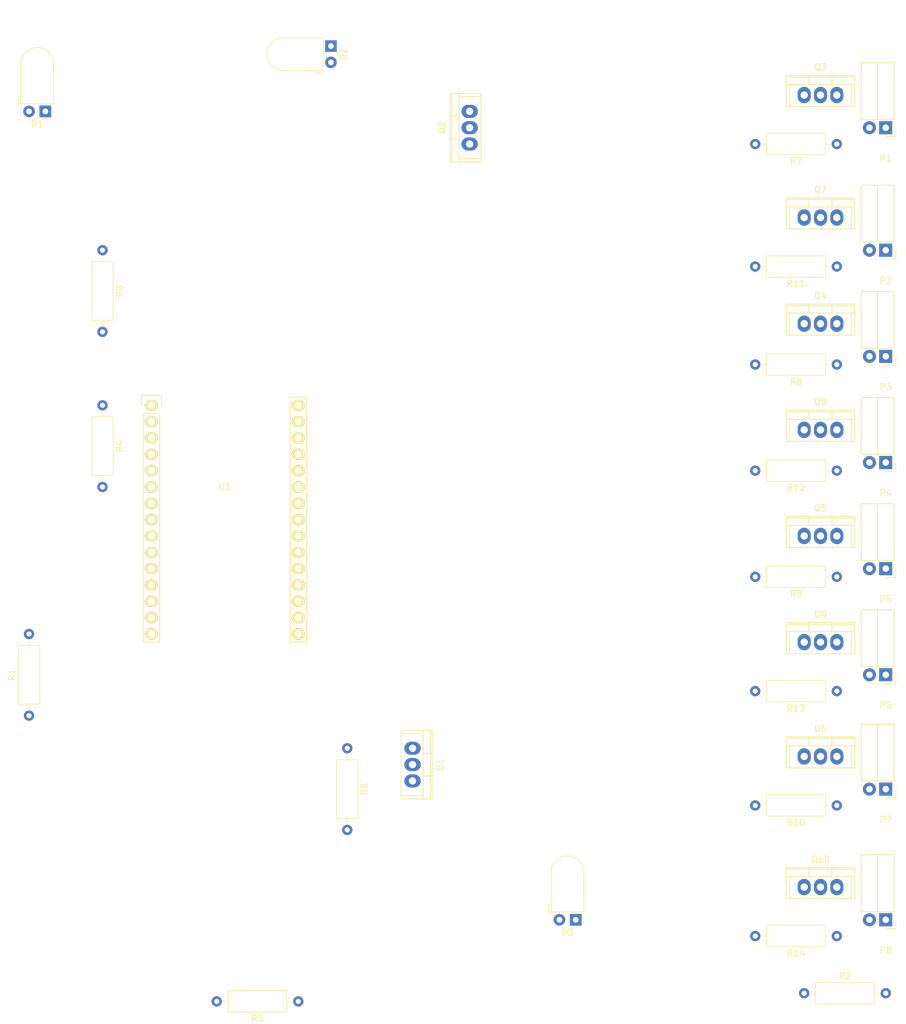
<source format=kicad_pcb>
(kicad_pcb (version 4) (host pcbnew 4.0.5)

  (general
    (links 68)
    (no_connects 68)
    (area 0 0 0 0)
    (thickness 1.6)
    (drawings 0)
    (tracks 0)
    (zones 0)
    (modules 36)
    (nets 43)
  )

  (page A4)
  (layers
    (0 F.Cu signal)
    (31 B.Cu signal)
    (32 B.Adhes user)
    (33 F.Adhes user)
    (34 B.Paste user)
    (35 F.Paste user)
    (36 B.SilkS user)
    (37 F.SilkS user)
    (38 B.Mask user)
    (39 F.Mask user)
    (40 Dwgs.User user)
    (41 Cmts.User user)
    (42 Eco1.User user)
    (43 Eco2.User user)
    (44 Edge.Cuts user)
    (45 Margin user)
    (46 B.CrtYd user)
    (47 F.CrtYd user)
    (48 B.Fab user)
    (49 F.Fab user)
  )

  (setup
    (last_trace_width 0.25)
    (trace_clearance 0.2)
    (zone_clearance 0.508)
    (zone_45_only no)
    (trace_min 0.2)
    (segment_width 0.2)
    (edge_width 0.15)
    (via_size 0.6)
    (via_drill 0.4)
    (via_min_size 0.4)
    (via_min_drill 0.3)
    (uvia_size 0.3)
    (uvia_drill 0.1)
    (uvias_allowed no)
    (uvia_min_size 0.2)
    (uvia_min_drill 0.1)
    (pcb_text_width 0.3)
    (pcb_text_size 1.5 1.5)
    (mod_edge_width 0.15)
    (mod_text_size 1 1)
    (mod_text_width 0.15)
    (pad_size 1.524 1.524)
    (pad_drill 0.762)
    (pad_to_mask_clearance 0.2)
    (aux_axis_origin 0 0)
    (visible_elements 7FFFFFFF)
    (pcbplotparams
      (layerselection 0x00030_80000001)
      (usegerberextensions false)
      (excludeedgelayer true)
      (linewidth 0.100000)
      (plotframeref false)
      (viasonmask false)
      (mode 1)
      (useauxorigin false)
      (hpglpennumber 1)
      (hpglpenspeed 20)
      (hpglpendiameter 15)
      (hpglpenoverlay 2)
      (psnegative false)
      (psa4output false)
      (plotreference true)
      (plotvalue true)
      (plotinvisibletext false)
      (padsonsilk false)
      (subtractmaskfromsilk false)
      (outputformat 1)
      (mirror false)
      (drillshape 1)
      (scaleselection 1)
      (outputdirectory ""))
  )

  (net 0 "")
  (net 1 "Net-(Q1-Pad2)")
  (net 2 GND)
  (net 3 "Net-(Q1-Pad1)")
  (net 4 "Net-(D3-Pad2)")
  (net 5 "Net-(D2-Pad2)")
  (net 6 "Net-(P1-Pad2)")
  (net 7 "Net-(Q3-Pad1)")
  (net 8 "Net-(P3-Pad2)")
  (net 9 "Net-(Q4-Pad1)")
  (net 10 "Net-(P5-Pad2)")
  (net 11 "Net-(Q5-Pad1)")
  (net 12 "Net-(P7-Pad2)")
  (net 13 "Net-(Q6-Pad1)")
  (net 14 "Net-(P2-Pad2)")
  (net 15 "Net-(Q7-Pad1)")
  (net 16 "Net-(P4-Pad2)")
  (net 17 "Net-(Q8-Pad1)")
  (net 18 "Net-(P6-Pad2)")
  (net 19 "Net-(Q9-Pad1)")
  (net 20 "Net-(P8-Pad2)")
  (net 21 "Net-(Q10-Pad1)")
  (net 22 "Net-(D1-Pad2)")
  (net 23 "Net-(R1-Pad1)")
  (net 24 "Net-(R3-Pad2)")
  (net 25 "Net-(U1-Pad2)")
  (net 26 "Net-(U1-Pad3)")
  (net 27 "Net-(U1-Pad4)")
  (net 28 "Net-(U1-Pad5)")
  (net 29 "Net-(U1-Pad6)")
  (net 30 "Net-(U1-Pad7)")
  (net 31 "Net-(U1-Pad8)")
  (net 32 "Net-(U1-Pad9)")
  (net 33 "Net-(U1-Pad10)")
  (net 34 "Net-(U1-Pad11)")
  (net 35 "Net-(U1-Pad12)")
  (net 36 "Net-(U1-Pad13)")
  (net 37 "Net-(U1-Pad16)")
  (net 38 "Net-(U1-Pad17)")
  (net 39 "Net-(U1-Pad18)")
  (net 40 "Net-(U1-Pad19)")
  (net 41 "Net-(U1-Pad24)")
  (net 42 "Net-(U1-Pad25)")

  (net_class Default "Dies ist die voreingestellte Netzklasse."
    (clearance 0.2)
    (trace_width 0.25)
    (via_dia 0.6)
    (via_drill 0.4)
    (uvia_dia 0.3)
    (uvia_drill 0.1)
    (add_net GND)
    (add_net "Net-(D1-Pad2)")
    (add_net "Net-(D2-Pad2)")
    (add_net "Net-(D3-Pad2)")
    (add_net "Net-(P1-Pad2)")
    (add_net "Net-(P2-Pad2)")
    (add_net "Net-(P3-Pad2)")
    (add_net "Net-(P4-Pad2)")
    (add_net "Net-(P5-Pad2)")
    (add_net "Net-(P6-Pad2)")
    (add_net "Net-(P7-Pad2)")
    (add_net "Net-(P8-Pad2)")
    (add_net "Net-(Q1-Pad1)")
    (add_net "Net-(Q1-Pad2)")
    (add_net "Net-(Q10-Pad1)")
    (add_net "Net-(Q3-Pad1)")
    (add_net "Net-(Q4-Pad1)")
    (add_net "Net-(Q5-Pad1)")
    (add_net "Net-(Q6-Pad1)")
    (add_net "Net-(Q7-Pad1)")
    (add_net "Net-(Q8-Pad1)")
    (add_net "Net-(Q9-Pad1)")
    (add_net "Net-(R1-Pad1)")
    (add_net "Net-(R3-Pad2)")
    (add_net "Net-(U1-Pad10)")
    (add_net "Net-(U1-Pad11)")
    (add_net "Net-(U1-Pad12)")
    (add_net "Net-(U1-Pad13)")
    (add_net "Net-(U1-Pad16)")
    (add_net "Net-(U1-Pad17)")
    (add_net "Net-(U1-Pad18)")
    (add_net "Net-(U1-Pad19)")
    (add_net "Net-(U1-Pad2)")
    (add_net "Net-(U1-Pad24)")
    (add_net "Net-(U1-Pad25)")
    (add_net "Net-(U1-Pad3)")
    (add_net "Net-(U1-Pad4)")
    (add_net "Net-(U1-Pad5)")
    (add_net "Net-(U1-Pad6)")
    (add_net "Net-(U1-Pad7)")
    (add_net "Net-(U1-Pad8)")
    (add_net "Net-(U1-Pad9)")
  )

  (module LEDs:LED_D5.0mm_Horicontal_O1.27mm (layer F.Cu) (tedit 587A6921) (tstamp 588C7255)
    (at 140.97 22.86 180)
    (descr "LED, diameter 5.0mm, 2 pins")
    (tags "LED diameter 5.0mm 2 pins")
    (path /588EB4C6)
    (fp_text reference D1 (at 1.27 -1.96 180) (layer F.SilkS)
      (effects (font (size 1 1) (thickness 0.15)))
    )
    (fp_text value "LED 12v Power" (at 1.27 10.93 180) (layer F.Fab)
      (effects (font (size 1 1) (thickness 0.15)))
    )
    (fp_arc (start 1.27 7.37) (end -1.23 7.37) (angle -180) (layer F.Fab) (width 0.1))
    (fp_arc (start 1.27 7.37) (end -1.29 7.37) (angle -180) (layer F.SilkS) (width 0.12))
    (fp_line (start -1.23 1.27) (end -1.23 7.37) (layer F.Fab) (width 0.1))
    (fp_line (start 3.77 1.27) (end 3.77 7.37) (layer F.Fab) (width 0.1))
    (fp_line (start -1.23 1.27) (end 3.77 1.27) (layer F.Fab) (width 0.1))
    (fp_line (start 4.17 1.27) (end 4.17 2.27) (layer F.Fab) (width 0.1))
    (fp_line (start 4.17 2.27) (end 3.77 2.27) (layer F.Fab) (width 0.1))
    (fp_line (start 3.77 2.27) (end 3.77 1.27) (layer F.Fab) (width 0.1))
    (fp_line (start 3.77 1.27) (end 4.17 1.27) (layer F.Fab) (width 0.1))
    (fp_line (start 0 0) (end 0 1.27) (layer F.Fab) (width 0.1))
    (fp_line (start 0 1.27) (end 0 1.27) (layer F.Fab) (width 0.1))
    (fp_line (start 0 1.27) (end 0 0) (layer F.Fab) (width 0.1))
    (fp_line (start 0 0) (end 0 0) (layer F.Fab) (width 0.1))
    (fp_line (start 2.54 0) (end 2.54 1.27) (layer F.Fab) (width 0.1))
    (fp_line (start 2.54 1.27) (end 2.54 1.27) (layer F.Fab) (width 0.1))
    (fp_line (start 2.54 1.27) (end 2.54 0) (layer F.Fab) (width 0.1))
    (fp_line (start 2.54 0) (end 2.54 0) (layer F.Fab) (width 0.1))
    (fp_line (start -1.29 1.21) (end -1.29 7.37) (layer F.SilkS) (width 0.12))
    (fp_line (start 3.83 1.21) (end 3.83 7.37) (layer F.SilkS) (width 0.12))
    (fp_line (start -1.29 1.21) (end 3.83 1.21) (layer F.SilkS) (width 0.12))
    (fp_line (start 4.23 1.21) (end 4.23 2.33) (layer F.SilkS) (width 0.12))
    (fp_line (start 4.23 2.33) (end 3.83 2.33) (layer F.SilkS) (width 0.12))
    (fp_line (start 3.83 2.33) (end 3.83 1.21) (layer F.SilkS) (width 0.12))
    (fp_line (start 3.83 1.21) (end 4.23 1.21) (layer F.SilkS) (width 0.12))
    (fp_line (start 0 1.08) (end 0 1.21) (layer F.SilkS) (width 0.12))
    (fp_line (start 0 1.21) (end 0 1.21) (layer F.SilkS) (width 0.12))
    (fp_line (start 0 1.21) (end 0 1.08) (layer F.SilkS) (width 0.12))
    (fp_line (start 0 1.08) (end 0 1.08) (layer F.SilkS) (width 0.12))
    (fp_line (start 2.54 1.08) (end 2.54 1.21) (layer F.SilkS) (width 0.12))
    (fp_line (start 2.54 1.21) (end 2.54 1.21) (layer F.SilkS) (width 0.12))
    (fp_line (start 2.54 1.21) (end 2.54 1.08) (layer F.SilkS) (width 0.12))
    (fp_line (start 2.54 1.08) (end 2.54 1.08) (layer F.SilkS) (width 0.12))
    (fp_line (start -1.95 -1.25) (end -1.95 10.2) (layer F.CrtYd) (width 0.05))
    (fp_line (start -1.95 10.2) (end 4.5 10.2) (layer F.CrtYd) (width 0.05))
    (fp_line (start 4.5 10.2) (end 4.5 -1.25) (layer F.CrtYd) (width 0.05))
    (fp_line (start 4.5 -1.25) (end -1.95 -1.25) (layer F.CrtYd) (width 0.05))
    (pad 1 thru_hole rect (at 0 0 180) (size 1.8 1.8) (drill 0.9) (layers *.Cu *.Mask)
      (net 2 GND))
    (pad 2 thru_hole circle (at 2.54 0 180) (size 1.8 1.8) (drill 0.9) (layers *.Cu *.Mask)
      (net 22 "Net-(D1-Pad2)"))
    (model LEDs.3dshapes/LED_D5.0mm_Horicontal_O1.27mm.wrl
      (at (xyz 0 0 0))
      (scale (xyz 0.393701 0.393701 0.393701))
      (rotate (xyz 0 0 0))
    )
  )

  (module LEDs:LED_D5.0mm_Horicontal_O1.27mm (layer F.Cu) (tedit 587A6921) (tstamp 588C725B)
    (at 185.42 12.7 270)
    (descr "LED, diameter 5.0mm, 2 pins")
    (tags "LED diameter 5.0mm 2 pins")
    (path /588ED6ED)
    (fp_text reference D2 (at 1.27 -1.96 270) (layer F.SilkS)
      (effects (font (size 1 1) (thickness 0.15)))
    )
    (fp_text value "LED 12v Zündschalter" (at 1.27 10.93 270) (layer F.Fab)
      (effects (font (size 1 1) (thickness 0.15)))
    )
    (fp_arc (start 1.27 7.37) (end -1.23 7.37) (angle -180) (layer F.Fab) (width 0.1))
    (fp_arc (start 1.27 7.37) (end -1.29 7.37) (angle -180) (layer F.SilkS) (width 0.12))
    (fp_line (start -1.23 1.27) (end -1.23 7.37) (layer F.Fab) (width 0.1))
    (fp_line (start 3.77 1.27) (end 3.77 7.37) (layer F.Fab) (width 0.1))
    (fp_line (start -1.23 1.27) (end 3.77 1.27) (layer F.Fab) (width 0.1))
    (fp_line (start 4.17 1.27) (end 4.17 2.27) (layer F.Fab) (width 0.1))
    (fp_line (start 4.17 2.27) (end 3.77 2.27) (layer F.Fab) (width 0.1))
    (fp_line (start 3.77 2.27) (end 3.77 1.27) (layer F.Fab) (width 0.1))
    (fp_line (start 3.77 1.27) (end 4.17 1.27) (layer F.Fab) (width 0.1))
    (fp_line (start 0 0) (end 0 1.27) (layer F.Fab) (width 0.1))
    (fp_line (start 0 1.27) (end 0 1.27) (layer F.Fab) (width 0.1))
    (fp_line (start 0 1.27) (end 0 0) (layer F.Fab) (width 0.1))
    (fp_line (start 0 0) (end 0 0) (layer F.Fab) (width 0.1))
    (fp_line (start 2.54 0) (end 2.54 1.27) (layer F.Fab) (width 0.1))
    (fp_line (start 2.54 1.27) (end 2.54 1.27) (layer F.Fab) (width 0.1))
    (fp_line (start 2.54 1.27) (end 2.54 0) (layer F.Fab) (width 0.1))
    (fp_line (start 2.54 0) (end 2.54 0) (layer F.Fab) (width 0.1))
    (fp_line (start -1.29 1.21) (end -1.29 7.37) (layer F.SilkS) (width 0.12))
    (fp_line (start 3.83 1.21) (end 3.83 7.37) (layer F.SilkS) (width 0.12))
    (fp_line (start -1.29 1.21) (end 3.83 1.21) (layer F.SilkS) (width 0.12))
    (fp_line (start 4.23 1.21) (end 4.23 2.33) (layer F.SilkS) (width 0.12))
    (fp_line (start 4.23 2.33) (end 3.83 2.33) (layer F.SilkS) (width 0.12))
    (fp_line (start 3.83 2.33) (end 3.83 1.21) (layer F.SilkS) (width 0.12))
    (fp_line (start 3.83 1.21) (end 4.23 1.21) (layer F.SilkS) (width 0.12))
    (fp_line (start 0 1.08) (end 0 1.21) (layer F.SilkS) (width 0.12))
    (fp_line (start 0 1.21) (end 0 1.21) (layer F.SilkS) (width 0.12))
    (fp_line (start 0 1.21) (end 0 1.08) (layer F.SilkS) (width 0.12))
    (fp_line (start 0 1.08) (end 0 1.08) (layer F.SilkS) (width 0.12))
    (fp_line (start 2.54 1.08) (end 2.54 1.21) (layer F.SilkS) (width 0.12))
    (fp_line (start 2.54 1.21) (end 2.54 1.21) (layer F.SilkS) (width 0.12))
    (fp_line (start 2.54 1.21) (end 2.54 1.08) (layer F.SilkS) (width 0.12))
    (fp_line (start 2.54 1.08) (end 2.54 1.08) (layer F.SilkS) (width 0.12))
    (fp_line (start -1.95 -1.25) (end -1.95 10.2) (layer F.CrtYd) (width 0.05))
    (fp_line (start -1.95 10.2) (end 4.5 10.2) (layer F.CrtYd) (width 0.05))
    (fp_line (start 4.5 10.2) (end 4.5 -1.25) (layer F.CrtYd) (width 0.05))
    (fp_line (start 4.5 -1.25) (end -1.95 -1.25) (layer F.CrtYd) (width 0.05))
    (pad 1 thru_hole rect (at 0 0 270) (size 1.8 1.8) (drill 0.9) (layers *.Cu *.Mask)
      (net 2 GND))
    (pad 2 thru_hole circle (at 2.54 0 270) (size 1.8 1.8) (drill 0.9) (layers *.Cu *.Mask)
      (net 5 "Net-(D2-Pad2)"))
    (model LEDs.3dshapes/LED_D5.0mm_Horicontal_O1.27mm.wrl
      (at (xyz 0 0 0))
      (scale (xyz 0.393701 0.393701 0.393701))
      (rotate (xyz 0 0 0))
    )
  )

  (module LEDs:LED_D5.0mm_Horicontal_O1.27mm (layer F.Cu) (tedit 587A6921) (tstamp 588C7261)
    (at 223.52 148.59 180)
    (descr "LED, diameter 5.0mm, 2 pins")
    (tags "LED diameter 5.0mm 2 pins")
    (path /588F2669)
    (fp_text reference D3 (at 1.27 -1.96 180) (layer F.SilkS)
      (effects (font (size 1 1) (thickness 0.15)))
    )
    (fp_text value "LED 12v Zündleitung" (at 1.27 10.93 180) (layer F.Fab)
      (effects (font (size 1 1) (thickness 0.15)))
    )
    (fp_arc (start 1.27 7.37) (end -1.23 7.37) (angle -180) (layer F.Fab) (width 0.1))
    (fp_arc (start 1.27 7.37) (end -1.29 7.37) (angle -180) (layer F.SilkS) (width 0.12))
    (fp_line (start -1.23 1.27) (end -1.23 7.37) (layer F.Fab) (width 0.1))
    (fp_line (start 3.77 1.27) (end 3.77 7.37) (layer F.Fab) (width 0.1))
    (fp_line (start -1.23 1.27) (end 3.77 1.27) (layer F.Fab) (width 0.1))
    (fp_line (start 4.17 1.27) (end 4.17 2.27) (layer F.Fab) (width 0.1))
    (fp_line (start 4.17 2.27) (end 3.77 2.27) (layer F.Fab) (width 0.1))
    (fp_line (start 3.77 2.27) (end 3.77 1.27) (layer F.Fab) (width 0.1))
    (fp_line (start 3.77 1.27) (end 4.17 1.27) (layer F.Fab) (width 0.1))
    (fp_line (start 0 0) (end 0 1.27) (layer F.Fab) (width 0.1))
    (fp_line (start 0 1.27) (end 0 1.27) (layer F.Fab) (width 0.1))
    (fp_line (start 0 1.27) (end 0 0) (layer F.Fab) (width 0.1))
    (fp_line (start 0 0) (end 0 0) (layer F.Fab) (width 0.1))
    (fp_line (start 2.54 0) (end 2.54 1.27) (layer F.Fab) (width 0.1))
    (fp_line (start 2.54 1.27) (end 2.54 1.27) (layer F.Fab) (width 0.1))
    (fp_line (start 2.54 1.27) (end 2.54 0) (layer F.Fab) (width 0.1))
    (fp_line (start 2.54 0) (end 2.54 0) (layer F.Fab) (width 0.1))
    (fp_line (start -1.29 1.21) (end -1.29 7.37) (layer F.SilkS) (width 0.12))
    (fp_line (start 3.83 1.21) (end 3.83 7.37) (layer F.SilkS) (width 0.12))
    (fp_line (start -1.29 1.21) (end 3.83 1.21) (layer F.SilkS) (width 0.12))
    (fp_line (start 4.23 1.21) (end 4.23 2.33) (layer F.SilkS) (width 0.12))
    (fp_line (start 4.23 2.33) (end 3.83 2.33) (layer F.SilkS) (width 0.12))
    (fp_line (start 3.83 2.33) (end 3.83 1.21) (layer F.SilkS) (width 0.12))
    (fp_line (start 3.83 1.21) (end 4.23 1.21) (layer F.SilkS) (width 0.12))
    (fp_line (start 0 1.08) (end 0 1.21) (layer F.SilkS) (width 0.12))
    (fp_line (start 0 1.21) (end 0 1.21) (layer F.SilkS) (width 0.12))
    (fp_line (start 0 1.21) (end 0 1.08) (layer F.SilkS) (width 0.12))
    (fp_line (start 0 1.08) (end 0 1.08) (layer F.SilkS) (width 0.12))
    (fp_line (start 2.54 1.08) (end 2.54 1.21) (layer F.SilkS) (width 0.12))
    (fp_line (start 2.54 1.21) (end 2.54 1.21) (layer F.SilkS) (width 0.12))
    (fp_line (start 2.54 1.21) (end 2.54 1.08) (layer F.SilkS) (width 0.12))
    (fp_line (start 2.54 1.08) (end 2.54 1.08) (layer F.SilkS) (width 0.12))
    (fp_line (start -1.95 -1.25) (end -1.95 10.2) (layer F.CrtYd) (width 0.05))
    (fp_line (start -1.95 10.2) (end 4.5 10.2) (layer F.CrtYd) (width 0.05))
    (fp_line (start 4.5 10.2) (end 4.5 -1.25) (layer F.CrtYd) (width 0.05))
    (fp_line (start 4.5 -1.25) (end -1.95 -1.25) (layer F.CrtYd) (width 0.05))
    (pad 1 thru_hole rect (at 0 0 180) (size 1.8 1.8) (drill 0.9) (layers *.Cu *.Mask)
      (net 2 GND))
    (pad 2 thru_hole circle (at 2.54 0 180) (size 1.8 1.8) (drill 0.9) (layers *.Cu *.Mask)
      (net 4 "Net-(D3-Pad2)"))
    (model LEDs.3dshapes/LED_D5.0mm_Horicontal_O1.27mm.wrl
      (at (xyz 0 0 0))
      (scale (xyz 0.393701 0.393701 0.393701))
      (rotate (xyz 0 0 0))
    )
  )

  (module Socket_Strips:Socket_Strip_Angled_1x02 (layer F.Cu) (tedit 0) (tstamp 588C7267)
    (at 271.78 25.4 180)
    (descr "Through hole socket strip")
    (tags "socket strip")
    (path /5888B027)
    (fp_text reference P1 (at 0 -4.75 180) (layer F.SilkS)
      (effects (font (size 1 1) (thickness 0.15)))
    )
    (fp_text value Zünder1 (at 0 -2.75 180) (layer F.Fab)
      (effects (font (size 1 1) (thickness 0.15)))
    )
    (fp_line (start -1.75 -1.5) (end -1.75 10.6) (layer F.CrtYd) (width 0.05))
    (fp_line (start 4.3 -1.5) (end 4.3 10.6) (layer F.CrtYd) (width 0.05))
    (fp_line (start -1.75 -1.5) (end 4.3 -1.5) (layer F.CrtYd) (width 0.05))
    (fp_line (start -1.75 10.6) (end 4.3 10.6) (layer F.CrtYd) (width 0.05))
    (fp_line (start 3.81 10.1) (end 3.81 1.27) (layer F.SilkS) (width 0.15))
    (fp_line (start 1.27 10.1) (end 3.81 10.1) (layer F.SilkS) (width 0.15))
    (fp_line (start 1.27 1.27) (end 1.27 10.1) (layer F.SilkS) (width 0.15))
    (fp_line (start 1.27 1.27) (end 3.81 1.27) (layer F.SilkS) (width 0.15))
    (fp_line (start -1.27 1.27) (end 1.27 1.27) (layer F.SilkS) (width 0.15))
    (fp_line (start 0 -1.4) (end -1.55 -1.4) (layer F.SilkS) (width 0.15))
    (fp_line (start -1.55 -1.4) (end -1.55 0) (layer F.SilkS) (width 0.15))
    (fp_line (start -1.27 1.27) (end -1.27 10.1) (layer F.SilkS) (width 0.15))
    (fp_line (start -1.27 10.1) (end 1.27 10.1) (layer F.SilkS) (width 0.15))
    (fp_line (start 1.27 10.1) (end 1.27 1.27) (layer F.SilkS) (width 0.15))
    (pad 1 thru_hole rect (at 0 0 180) (size 2.032 2.032) (drill 1.016) (layers *.Cu *.Mask)
      (net 4 "Net-(D3-Pad2)"))
    (pad 2 thru_hole oval (at 2.54 0 180) (size 2.032 2.032) (drill 1.016) (layers *.Cu *.Mask)
      (net 6 "Net-(P1-Pad2)"))
    (model Socket_Strips.3dshapes/Socket_Strip_Angled_1x02.wrl
      (at (xyz 0.05 0 0))
      (scale (xyz 1 1 1))
      (rotate (xyz 0 0 180))
    )
  )

  (module Socket_Strips:Socket_Strip_Angled_1x02 (layer F.Cu) (tedit 0) (tstamp 588C726D)
    (at 271.78 44.45 180)
    (descr "Through hole socket strip")
    (tags "socket strip")
    (path /588CEFF8)
    (fp_text reference P2 (at 0 -4.75 180) (layer F.SilkS)
      (effects (font (size 1 1) (thickness 0.15)))
    )
    (fp_text value Zünder2 (at 0 -2.75 180) (layer F.Fab)
      (effects (font (size 1 1) (thickness 0.15)))
    )
    (fp_line (start -1.75 -1.5) (end -1.75 10.6) (layer F.CrtYd) (width 0.05))
    (fp_line (start 4.3 -1.5) (end 4.3 10.6) (layer F.CrtYd) (width 0.05))
    (fp_line (start -1.75 -1.5) (end 4.3 -1.5) (layer F.CrtYd) (width 0.05))
    (fp_line (start -1.75 10.6) (end 4.3 10.6) (layer F.CrtYd) (width 0.05))
    (fp_line (start 3.81 10.1) (end 3.81 1.27) (layer F.SilkS) (width 0.15))
    (fp_line (start 1.27 10.1) (end 3.81 10.1) (layer F.SilkS) (width 0.15))
    (fp_line (start 1.27 1.27) (end 1.27 10.1) (layer F.SilkS) (width 0.15))
    (fp_line (start 1.27 1.27) (end 3.81 1.27) (layer F.SilkS) (width 0.15))
    (fp_line (start -1.27 1.27) (end 1.27 1.27) (layer F.SilkS) (width 0.15))
    (fp_line (start 0 -1.4) (end -1.55 -1.4) (layer F.SilkS) (width 0.15))
    (fp_line (start -1.55 -1.4) (end -1.55 0) (layer F.SilkS) (width 0.15))
    (fp_line (start -1.27 1.27) (end -1.27 10.1) (layer F.SilkS) (width 0.15))
    (fp_line (start -1.27 10.1) (end 1.27 10.1) (layer F.SilkS) (width 0.15))
    (fp_line (start 1.27 10.1) (end 1.27 1.27) (layer F.SilkS) (width 0.15))
    (pad 1 thru_hole rect (at 0 0 180) (size 2.032 2.032) (drill 1.016) (layers *.Cu *.Mask)
      (net 4 "Net-(D3-Pad2)"))
    (pad 2 thru_hole oval (at 2.54 0 180) (size 2.032 2.032) (drill 1.016) (layers *.Cu *.Mask)
      (net 14 "Net-(P2-Pad2)"))
    (model Socket_Strips.3dshapes/Socket_Strip_Angled_1x02.wrl
      (at (xyz 0.05 0 0))
      (scale (xyz 1 1 1))
      (rotate (xyz 0 0 180))
    )
  )

  (module Socket_Strips:Socket_Strip_Angled_1x02 (layer F.Cu) (tedit 0) (tstamp 588C7273)
    (at 271.78 60.96 180)
    (descr "Through hole socket strip")
    (tags "socket strip")
    (path /588CF077)
    (fp_text reference P3 (at 0 -4.75 180) (layer F.SilkS)
      (effects (font (size 1 1) (thickness 0.15)))
    )
    (fp_text value Zünder3 (at 0 -2.75 180) (layer F.Fab)
      (effects (font (size 1 1) (thickness 0.15)))
    )
    (fp_line (start -1.75 -1.5) (end -1.75 10.6) (layer F.CrtYd) (width 0.05))
    (fp_line (start 4.3 -1.5) (end 4.3 10.6) (layer F.CrtYd) (width 0.05))
    (fp_line (start -1.75 -1.5) (end 4.3 -1.5) (layer F.CrtYd) (width 0.05))
    (fp_line (start -1.75 10.6) (end 4.3 10.6) (layer F.CrtYd) (width 0.05))
    (fp_line (start 3.81 10.1) (end 3.81 1.27) (layer F.SilkS) (width 0.15))
    (fp_line (start 1.27 10.1) (end 3.81 10.1) (layer F.SilkS) (width 0.15))
    (fp_line (start 1.27 1.27) (end 1.27 10.1) (layer F.SilkS) (width 0.15))
    (fp_line (start 1.27 1.27) (end 3.81 1.27) (layer F.SilkS) (width 0.15))
    (fp_line (start -1.27 1.27) (end 1.27 1.27) (layer F.SilkS) (width 0.15))
    (fp_line (start 0 -1.4) (end -1.55 -1.4) (layer F.SilkS) (width 0.15))
    (fp_line (start -1.55 -1.4) (end -1.55 0) (layer F.SilkS) (width 0.15))
    (fp_line (start -1.27 1.27) (end -1.27 10.1) (layer F.SilkS) (width 0.15))
    (fp_line (start -1.27 10.1) (end 1.27 10.1) (layer F.SilkS) (width 0.15))
    (fp_line (start 1.27 10.1) (end 1.27 1.27) (layer F.SilkS) (width 0.15))
    (pad 1 thru_hole rect (at 0 0 180) (size 2.032 2.032) (drill 1.016) (layers *.Cu *.Mask)
      (net 4 "Net-(D3-Pad2)"))
    (pad 2 thru_hole oval (at 2.54 0 180) (size 2.032 2.032) (drill 1.016) (layers *.Cu *.Mask)
      (net 8 "Net-(P3-Pad2)"))
    (model Socket_Strips.3dshapes/Socket_Strip_Angled_1x02.wrl
      (at (xyz 0.05 0 0))
      (scale (xyz 1 1 1))
      (rotate (xyz 0 0 180))
    )
  )

  (module Socket_Strips:Socket_Strip_Angled_1x02 (layer F.Cu) (tedit 0) (tstamp 588C7279)
    (at 271.78 77.47 180)
    (descr "Through hole socket strip")
    (tags "socket strip")
    (path /588CF0EF)
    (fp_text reference P4 (at 0 -4.75 180) (layer F.SilkS)
      (effects (font (size 1 1) (thickness 0.15)))
    )
    (fp_text value Zünder4 (at 0 -2.75 180) (layer F.Fab)
      (effects (font (size 1 1) (thickness 0.15)))
    )
    (fp_line (start -1.75 -1.5) (end -1.75 10.6) (layer F.CrtYd) (width 0.05))
    (fp_line (start 4.3 -1.5) (end 4.3 10.6) (layer F.CrtYd) (width 0.05))
    (fp_line (start -1.75 -1.5) (end 4.3 -1.5) (layer F.CrtYd) (width 0.05))
    (fp_line (start -1.75 10.6) (end 4.3 10.6) (layer F.CrtYd) (width 0.05))
    (fp_line (start 3.81 10.1) (end 3.81 1.27) (layer F.SilkS) (width 0.15))
    (fp_line (start 1.27 10.1) (end 3.81 10.1) (layer F.SilkS) (width 0.15))
    (fp_line (start 1.27 1.27) (end 1.27 10.1) (layer F.SilkS) (width 0.15))
    (fp_line (start 1.27 1.27) (end 3.81 1.27) (layer F.SilkS) (width 0.15))
    (fp_line (start -1.27 1.27) (end 1.27 1.27) (layer F.SilkS) (width 0.15))
    (fp_line (start 0 -1.4) (end -1.55 -1.4) (layer F.SilkS) (width 0.15))
    (fp_line (start -1.55 -1.4) (end -1.55 0) (layer F.SilkS) (width 0.15))
    (fp_line (start -1.27 1.27) (end -1.27 10.1) (layer F.SilkS) (width 0.15))
    (fp_line (start -1.27 10.1) (end 1.27 10.1) (layer F.SilkS) (width 0.15))
    (fp_line (start 1.27 10.1) (end 1.27 1.27) (layer F.SilkS) (width 0.15))
    (pad 1 thru_hole rect (at 0 0 180) (size 2.032 2.032) (drill 1.016) (layers *.Cu *.Mask)
      (net 4 "Net-(D3-Pad2)"))
    (pad 2 thru_hole oval (at 2.54 0 180) (size 2.032 2.032) (drill 1.016) (layers *.Cu *.Mask)
      (net 16 "Net-(P4-Pad2)"))
    (model Socket_Strips.3dshapes/Socket_Strip_Angled_1x02.wrl
      (at (xyz 0.05 0 0))
      (scale (xyz 1 1 1))
      (rotate (xyz 0 0 180))
    )
  )

  (module Socket_Strips:Socket_Strip_Angled_1x02 (layer F.Cu) (tedit 0) (tstamp 588C727F)
    (at 271.78 93.98 180)
    (descr "Through hole socket strip")
    (tags "socket strip")
    (path /588CF132)
    (fp_text reference P5 (at 0 -4.75 180) (layer F.SilkS)
      (effects (font (size 1 1) (thickness 0.15)))
    )
    (fp_text value Zünder5 (at 0 -2.75 180) (layer F.Fab)
      (effects (font (size 1 1) (thickness 0.15)))
    )
    (fp_line (start -1.75 -1.5) (end -1.75 10.6) (layer F.CrtYd) (width 0.05))
    (fp_line (start 4.3 -1.5) (end 4.3 10.6) (layer F.CrtYd) (width 0.05))
    (fp_line (start -1.75 -1.5) (end 4.3 -1.5) (layer F.CrtYd) (width 0.05))
    (fp_line (start -1.75 10.6) (end 4.3 10.6) (layer F.CrtYd) (width 0.05))
    (fp_line (start 3.81 10.1) (end 3.81 1.27) (layer F.SilkS) (width 0.15))
    (fp_line (start 1.27 10.1) (end 3.81 10.1) (layer F.SilkS) (width 0.15))
    (fp_line (start 1.27 1.27) (end 1.27 10.1) (layer F.SilkS) (width 0.15))
    (fp_line (start 1.27 1.27) (end 3.81 1.27) (layer F.SilkS) (width 0.15))
    (fp_line (start -1.27 1.27) (end 1.27 1.27) (layer F.SilkS) (width 0.15))
    (fp_line (start 0 -1.4) (end -1.55 -1.4) (layer F.SilkS) (width 0.15))
    (fp_line (start -1.55 -1.4) (end -1.55 0) (layer F.SilkS) (width 0.15))
    (fp_line (start -1.27 1.27) (end -1.27 10.1) (layer F.SilkS) (width 0.15))
    (fp_line (start -1.27 10.1) (end 1.27 10.1) (layer F.SilkS) (width 0.15))
    (fp_line (start 1.27 10.1) (end 1.27 1.27) (layer F.SilkS) (width 0.15))
    (pad 1 thru_hole rect (at 0 0 180) (size 2.032 2.032) (drill 1.016) (layers *.Cu *.Mask)
      (net 4 "Net-(D3-Pad2)"))
    (pad 2 thru_hole oval (at 2.54 0 180) (size 2.032 2.032) (drill 1.016) (layers *.Cu *.Mask)
      (net 10 "Net-(P5-Pad2)"))
    (model Socket_Strips.3dshapes/Socket_Strip_Angled_1x02.wrl
      (at (xyz 0.05 0 0))
      (scale (xyz 1 1 1))
      (rotate (xyz 0 0 180))
    )
  )

  (module Socket_Strips:Socket_Strip_Angled_1x02 (layer F.Cu) (tedit 0) (tstamp 588C7285)
    (at 271.78 110.49 180)
    (descr "Through hole socket strip")
    (tags "socket strip")
    (path /588CF17C)
    (fp_text reference P6 (at 0 -4.75 180) (layer F.SilkS)
      (effects (font (size 1 1) (thickness 0.15)))
    )
    (fp_text value Zünder6 (at 0 -2.75 180) (layer F.Fab)
      (effects (font (size 1 1) (thickness 0.15)))
    )
    (fp_line (start -1.75 -1.5) (end -1.75 10.6) (layer F.CrtYd) (width 0.05))
    (fp_line (start 4.3 -1.5) (end 4.3 10.6) (layer F.CrtYd) (width 0.05))
    (fp_line (start -1.75 -1.5) (end 4.3 -1.5) (layer F.CrtYd) (width 0.05))
    (fp_line (start -1.75 10.6) (end 4.3 10.6) (layer F.CrtYd) (width 0.05))
    (fp_line (start 3.81 10.1) (end 3.81 1.27) (layer F.SilkS) (width 0.15))
    (fp_line (start 1.27 10.1) (end 3.81 10.1) (layer F.SilkS) (width 0.15))
    (fp_line (start 1.27 1.27) (end 1.27 10.1) (layer F.SilkS) (width 0.15))
    (fp_line (start 1.27 1.27) (end 3.81 1.27) (layer F.SilkS) (width 0.15))
    (fp_line (start -1.27 1.27) (end 1.27 1.27) (layer F.SilkS) (width 0.15))
    (fp_line (start 0 -1.4) (end -1.55 -1.4) (layer F.SilkS) (width 0.15))
    (fp_line (start -1.55 -1.4) (end -1.55 0) (layer F.SilkS) (width 0.15))
    (fp_line (start -1.27 1.27) (end -1.27 10.1) (layer F.SilkS) (width 0.15))
    (fp_line (start -1.27 10.1) (end 1.27 10.1) (layer F.SilkS) (width 0.15))
    (fp_line (start 1.27 10.1) (end 1.27 1.27) (layer F.SilkS) (width 0.15))
    (pad 1 thru_hole rect (at 0 0 180) (size 2.032 2.032) (drill 1.016) (layers *.Cu *.Mask)
      (net 4 "Net-(D3-Pad2)"))
    (pad 2 thru_hole oval (at 2.54 0 180) (size 2.032 2.032) (drill 1.016) (layers *.Cu *.Mask)
      (net 18 "Net-(P6-Pad2)"))
    (model Socket_Strips.3dshapes/Socket_Strip_Angled_1x02.wrl
      (at (xyz 0.05 0 0))
      (scale (xyz 1 1 1))
      (rotate (xyz 0 0 180))
    )
  )

  (module Socket_Strips:Socket_Strip_Angled_1x02 (layer F.Cu) (tedit 0) (tstamp 588C728B)
    (at 271.78 128.27 180)
    (descr "Through hole socket strip")
    (tags "socket strip")
    (path /588CF69E)
    (fp_text reference P7 (at 0 -4.75 180) (layer F.SilkS)
      (effects (font (size 1 1) (thickness 0.15)))
    )
    (fp_text value Zünder7 (at 0 -2.75 180) (layer F.Fab)
      (effects (font (size 1 1) (thickness 0.15)))
    )
    (fp_line (start -1.75 -1.5) (end -1.75 10.6) (layer F.CrtYd) (width 0.05))
    (fp_line (start 4.3 -1.5) (end 4.3 10.6) (layer F.CrtYd) (width 0.05))
    (fp_line (start -1.75 -1.5) (end 4.3 -1.5) (layer F.CrtYd) (width 0.05))
    (fp_line (start -1.75 10.6) (end 4.3 10.6) (layer F.CrtYd) (width 0.05))
    (fp_line (start 3.81 10.1) (end 3.81 1.27) (layer F.SilkS) (width 0.15))
    (fp_line (start 1.27 10.1) (end 3.81 10.1) (layer F.SilkS) (width 0.15))
    (fp_line (start 1.27 1.27) (end 1.27 10.1) (layer F.SilkS) (width 0.15))
    (fp_line (start 1.27 1.27) (end 3.81 1.27) (layer F.SilkS) (width 0.15))
    (fp_line (start -1.27 1.27) (end 1.27 1.27) (layer F.SilkS) (width 0.15))
    (fp_line (start 0 -1.4) (end -1.55 -1.4) (layer F.SilkS) (width 0.15))
    (fp_line (start -1.55 -1.4) (end -1.55 0) (layer F.SilkS) (width 0.15))
    (fp_line (start -1.27 1.27) (end -1.27 10.1) (layer F.SilkS) (width 0.15))
    (fp_line (start -1.27 10.1) (end 1.27 10.1) (layer F.SilkS) (width 0.15))
    (fp_line (start 1.27 10.1) (end 1.27 1.27) (layer F.SilkS) (width 0.15))
    (pad 1 thru_hole rect (at 0 0 180) (size 2.032 2.032) (drill 1.016) (layers *.Cu *.Mask)
      (net 4 "Net-(D3-Pad2)"))
    (pad 2 thru_hole oval (at 2.54 0 180) (size 2.032 2.032) (drill 1.016) (layers *.Cu *.Mask)
      (net 12 "Net-(P7-Pad2)"))
    (model Socket_Strips.3dshapes/Socket_Strip_Angled_1x02.wrl
      (at (xyz 0.05 0 0))
      (scale (xyz 1 1 1))
      (rotate (xyz 0 0 180))
    )
  )

  (module Socket_Strips:Socket_Strip_Angled_1x02 (layer F.Cu) (tedit 0) (tstamp 588C7291)
    (at 271.78 148.59 180)
    (descr "Through hole socket strip")
    (tags "socket strip")
    (path /588CF6F4)
    (fp_text reference P8 (at 0 -4.75 180) (layer F.SilkS)
      (effects (font (size 1 1) (thickness 0.15)))
    )
    (fp_text value Zünder8 (at 0 -2.75 180) (layer F.Fab)
      (effects (font (size 1 1) (thickness 0.15)))
    )
    (fp_line (start -1.75 -1.5) (end -1.75 10.6) (layer F.CrtYd) (width 0.05))
    (fp_line (start 4.3 -1.5) (end 4.3 10.6) (layer F.CrtYd) (width 0.05))
    (fp_line (start -1.75 -1.5) (end 4.3 -1.5) (layer F.CrtYd) (width 0.05))
    (fp_line (start -1.75 10.6) (end 4.3 10.6) (layer F.CrtYd) (width 0.05))
    (fp_line (start 3.81 10.1) (end 3.81 1.27) (layer F.SilkS) (width 0.15))
    (fp_line (start 1.27 10.1) (end 3.81 10.1) (layer F.SilkS) (width 0.15))
    (fp_line (start 1.27 1.27) (end 1.27 10.1) (layer F.SilkS) (width 0.15))
    (fp_line (start 1.27 1.27) (end 3.81 1.27) (layer F.SilkS) (width 0.15))
    (fp_line (start -1.27 1.27) (end 1.27 1.27) (layer F.SilkS) (width 0.15))
    (fp_line (start 0 -1.4) (end -1.55 -1.4) (layer F.SilkS) (width 0.15))
    (fp_line (start -1.55 -1.4) (end -1.55 0) (layer F.SilkS) (width 0.15))
    (fp_line (start -1.27 1.27) (end -1.27 10.1) (layer F.SilkS) (width 0.15))
    (fp_line (start -1.27 10.1) (end 1.27 10.1) (layer F.SilkS) (width 0.15))
    (fp_line (start 1.27 10.1) (end 1.27 1.27) (layer F.SilkS) (width 0.15))
    (pad 1 thru_hole rect (at 0 0 180) (size 2.032 2.032) (drill 1.016) (layers *.Cu *.Mask)
      (net 4 "Net-(D3-Pad2)"))
    (pad 2 thru_hole oval (at 2.54 0 180) (size 2.032 2.032) (drill 1.016) (layers *.Cu *.Mask)
      (net 20 "Net-(P8-Pad2)"))
    (model Socket_Strips.3dshapes/Socket_Strip_Angled_1x02.wrl
      (at (xyz 0.05 0 0))
      (scale (xyz 1 1 1))
      (rotate (xyz 0 0 180))
    )
  )

  (module Resistors_THT:R_Axial_DIN0309_L9.0mm_D3.2mm_P12.70mm_Horizontal (layer F.Cu) (tedit 5874F706) (tstamp 588C7297)
    (at 138.43 116.84 90)
    (descr "Resistor, Axial_DIN0309 series, Axial, Horizontal, pin pitch=12.7mm, 0.5W = 1/2W, length*diameter=9*3.2mm^2, http://cdn-reichelt.de/documents/datenblatt/B400/1_4W%23YAG.pdf")
    (tags "Resistor Axial_DIN0309 series Axial Horizontal pin pitch 12.7mm 0.5W = 1/2W length 9mm diameter 3.2mm")
    (path /5888CACC)
    (fp_text reference R1 (at 6.35 -2.66 90) (layer F.SilkS)
      (effects (font (size 1 1) (thickness 0.15)))
    )
    (fp_text value 1,8 (at 6.35 2.66 90) (layer F.Fab)
      (effects (font (size 1 1) (thickness 0.15)))
    )
    (fp_line (start 1.85 -1.6) (end 1.85 1.6) (layer F.Fab) (width 0.1))
    (fp_line (start 1.85 1.6) (end 10.85 1.6) (layer F.Fab) (width 0.1))
    (fp_line (start 10.85 1.6) (end 10.85 -1.6) (layer F.Fab) (width 0.1))
    (fp_line (start 10.85 -1.6) (end 1.85 -1.6) (layer F.Fab) (width 0.1))
    (fp_line (start 0 0) (end 1.85 0) (layer F.Fab) (width 0.1))
    (fp_line (start 12.7 0) (end 10.85 0) (layer F.Fab) (width 0.1))
    (fp_line (start 1.79 -1.66) (end 1.79 1.66) (layer F.SilkS) (width 0.12))
    (fp_line (start 1.79 1.66) (end 10.91 1.66) (layer F.SilkS) (width 0.12))
    (fp_line (start 10.91 1.66) (end 10.91 -1.66) (layer F.SilkS) (width 0.12))
    (fp_line (start 10.91 -1.66) (end 1.79 -1.66) (layer F.SilkS) (width 0.12))
    (fp_line (start 0.98 0) (end 1.79 0) (layer F.SilkS) (width 0.12))
    (fp_line (start 11.72 0) (end 10.91 0) (layer F.SilkS) (width 0.12))
    (fp_line (start -1.05 -1.95) (end -1.05 1.95) (layer F.CrtYd) (width 0.05))
    (fp_line (start -1.05 1.95) (end 13.75 1.95) (layer F.CrtYd) (width 0.05))
    (fp_line (start 13.75 1.95) (end 13.75 -1.95) (layer F.CrtYd) (width 0.05))
    (fp_line (start 13.75 -1.95) (end -1.05 -1.95) (layer F.CrtYd) (width 0.05))
    (pad 1 thru_hole circle (at 0 0 90) (size 1.6 1.6) (drill 0.8) (layers *.Cu *.Mask)
      (net 23 "Net-(R1-Pad1)"))
    (pad 2 thru_hole oval (at 12.7 0 90) (size 1.6 1.6) (drill 0.8) (layers *.Cu *.Mask)
      (net 22 "Net-(D1-Pad2)"))
    (model Resistors_ThroughHole.3dshapes/R_Axial_DIN0309_L9.0mm_D3.2mm_P12.70mm_Horizontal.wrl
      (at (xyz 0 0 0))
      (scale (xyz 0.393701 0.393701 0.393701))
      (rotate (xyz 0 0 0))
    )
  )

  (module Resistors_THT:R_Axial_DIN0309_L9.0mm_D3.2mm_P12.70mm_Horizontal (layer F.Cu) (tedit 5874F706) (tstamp 588C729D)
    (at 259.08 160.02)
    (descr "Resistor, Axial_DIN0309 series, Axial, Horizontal, pin pitch=12.7mm, 0.5W = 1/2W, length*diameter=9*3.2mm^2, http://cdn-reichelt.de/documents/datenblatt/B400/1_4W%23YAG.pdf")
    (tags "Resistor Axial_DIN0309 series Axial Horizontal pin pitch 12.7mm 0.5W = 1/2W length 9mm diameter 3.2mm")
    (path /5887E33F)
    (fp_text reference R2 (at 6.35 -2.66) (layer F.SilkS)
      (effects (font (size 1 1) (thickness 0.15)))
    )
    (fp_text value 10k (at 6.35 2.66) (layer F.Fab)
      (effects (font (size 1 1) (thickness 0.15)))
    )
    (fp_line (start 1.85 -1.6) (end 1.85 1.6) (layer F.Fab) (width 0.1))
    (fp_line (start 1.85 1.6) (end 10.85 1.6) (layer F.Fab) (width 0.1))
    (fp_line (start 10.85 1.6) (end 10.85 -1.6) (layer F.Fab) (width 0.1))
    (fp_line (start 10.85 -1.6) (end 1.85 -1.6) (layer F.Fab) (width 0.1))
    (fp_line (start 0 0) (end 1.85 0) (layer F.Fab) (width 0.1))
    (fp_line (start 12.7 0) (end 10.85 0) (layer F.Fab) (width 0.1))
    (fp_line (start 1.79 -1.66) (end 1.79 1.66) (layer F.SilkS) (width 0.12))
    (fp_line (start 1.79 1.66) (end 10.91 1.66) (layer F.SilkS) (width 0.12))
    (fp_line (start 10.91 1.66) (end 10.91 -1.66) (layer F.SilkS) (width 0.12))
    (fp_line (start 10.91 -1.66) (end 1.79 -1.66) (layer F.SilkS) (width 0.12))
    (fp_line (start 0.98 0) (end 1.79 0) (layer F.SilkS) (width 0.12))
    (fp_line (start 11.72 0) (end 10.91 0) (layer F.SilkS) (width 0.12))
    (fp_line (start -1.05 -1.95) (end -1.05 1.95) (layer F.CrtYd) (width 0.05))
    (fp_line (start -1.05 1.95) (end 13.75 1.95) (layer F.CrtYd) (width 0.05))
    (fp_line (start 13.75 1.95) (end 13.75 -1.95) (layer F.CrtYd) (width 0.05))
    (fp_line (start 13.75 -1.95) (end -1.05 -1.95) (layer F.CrtYd) (width 0.05))
    (pad 1 thru_hole circle (at 0 0) (size 1.6 1.6) (drill 0.8) (layers *.Cu *.Mask)
      (net 23 "Net-(R1-Pad1)"))
    (pad 2 thru_hole oval (at 12.7 0) (size 1.6 1.6) (drill 0.8) (layers *.Cu *.Mask)
      (net 4 "Net-(D3-Pad2)"))
    (model Resistors_ThroughHole.3dshapes/R_Axial_DIN0309_L9.0mm_D3.2mm_P12.70mm_Horizontal.wrl
      (at (xyz 0 0 0))
      (scale (xyz 0.393701 0.393701 0.393701))
      (rotate (xyz 0 0 0))
    )
  )

  (module Resistors_THT:R_Axial_DIN0309_L9.0mm_D3.2mm_P12.70mm_Horizontal (layer F.Cu) (tedit 5874F706) (tstamp 588C72A3)
    (at 149.86 44.45 270)
    (descr "Resistor, Axial_DIN0309 series, Axial, Horizontal, pin pitch=12.7mm, 0.5W = 1/2W, length*diameter=9*3.2mm^2, http://cdn-reichelt.de/documents/datenblatt/B400/1_4W%23YAG.pdf")
    (tags "Resistor Axial_DIN0309 series Axial Horizontal pin pitch 12.7mm 0.5W = 1/2W length 9mm diameter 3.2mm")
    (path /58889A03)
    (fp_text reference R3 (at 6.35 -2.66 270) (layer F.SilkS)
      (effects (font (size 1 1) (thickness 0.15)))
    )
    (fp_text value 4,7k (at 6.35 2.66 270) (layer F.Fab)
      (effects (font (size 1 1) (thickness 0.15)))
    )
    (fp_line (start 1.85 -1.6) (end 1.85 1.6) (layer F.Fab) (width 0.1))
    (fp_line (start 1.85 1.6) (end 10.85 1.6) (layer F.Fab) (width 0.1))
    (fp_line (start 10.85 1.6) (end 10.85 -1.6) (layer F.Fab) (width 0.1))
    (fp_line (start 10.85 -1.6) (end 1.85 -1.6) (layer F.Fab) (width 0.1))
    (fp_line (start 0 0) (end 1.85 0) (layer F.Fab) (width 0.1))
    (fp_line (start 12.7 0) (end 10.85 0) (layer F.Fab) (width 0.1))
    (fp_line (start 1.79 -1.66) (end 1.79 1.66) (layer F.SilkS) (width 0.12))
    (fp_line (start 1.79 1.66) (end 10.91 1.66) (layer F.SilkS) (width 0.12))
    (fp_line (start 10.91 1.66) (end 10.91 -1.66) (layer F.SilkS) (width 0.12))
    (fp_line (start 10.91 -1.66) (end 1.79 -1.66) (layer F.SilkS) (width 0.12))
    (fp_line (start 0.98 0) (end 1.79 0) (layer F.SilkS) (width 0.12))
    (fp_line (start 11.72 0) (end 10.91 0) (layer F.SilkS) (width 0.12))
    (fp_line (start -1.05 -1.95) (end -1.05 1.95) (layer F.CrtYd) (width 0.05))
    (fp_line (start -1.05 1.95) (end 13.75 1.95) (layer F.CrtYd) (width 0.05))
    (fp_line (start 13.75 1.95) (end 13.75 -1.95) (layer F.CrtYd) (width 0.05))
    (fp_line (start 13.75 -1.95) (end -1.05 -1.95) (layer F.CrtYd) (width 0.05))
    (pad 1 thru_hole circle (at 0 0 270) (size 1.6 1.6) (drill 0.8) (layers *.Cu *.Mask)
      (net 4 "Net-(D3-Pad2)"))
    (pad 2 thru_hole oval (at 12.7 0 270) (size 1.6 1.6) (drill 0.8) (layers *.Cu *.Mask)
      (net 24 "Net-(R3-Pad2)"))
    (model Resistors_ThroughHole.3dshapes/R_Axial_DIN0309_L9.0mm_D3.2mm_P12.70mm_Horizontal.wrl
      (at (xyz 0 0 0))
      (scale (xyz 0.393701 0.393701 0.393701))
      (rotate (xyz 0 0 0))
    )
  )

  (module Resistors_THT:R_Axial_DIN0309_L9.0mm_D3.2mm_P12.70mm_Horizontal (layer F.Cu) (tedit 5874F706) (tstamp 588C72A9)
    (at 149.86 68.58 270)
    (descr "Resistor, Axial_DIN0309 series, Axial, Horizontal, pin pitch=12.7mm, 0.5W = 1/2W, length*diameter=9*3.2mm^2, http://cdn-reichelt.de/documents/datenblatt/B400/1_4W%23YAG.pdf")
    (tags "Resistor Axial_DIN0309 series Axial Horizontal pin pitch 12.7mm 0.5W = 1/2W length 9mm diameter 3.2mm")
    (path /58889A7C)
    (fp_text reference R4 (at 6.35 -2.66 270) (layer F.SilkS)
      (effects (font (size 1 1) (thickness 0.15)))
    )
    (fp_text value 1k (at 6.35 2.66 270) (layer F.Fab)
      (effects (font (size 1 1) (thickness 0.15)))
    )
    (fp_line (start 1.85 -1.6) (end 1.85 1.6) (layer F.Fab) (width 0.1))
    (fp_line (start 1.85 1.6) (end 10.85 1.6) (layer F.Fab) (width 0.1))
    (fp_line (start 10.85 1.6) (end 10.85 -1.6) (layer F.Fab) (width 0.1))
    (fp_line (start 10.85 -1.6) (end 1.85 -1.6) (layer F.Fab) (width 0.1))
    (fp_line (start 0 0) (end 1.85 0) (layer F.Fab) (width 0.1))
    (fp_line (start 12.7 0) (end 10.85 0) (layer F.Fab) (width 0.1))
    (fp_line (start 1.79 -1.66) (end 1.79 1.66) (layer F.SilkS) (width 0.12))
    (fp_line (start 1.79 1.66) (end 10.91 1.66) (layer F.SilkS) (width 0.12))
    (fp_line (start 10.91 1.66) (end 10.91 -1.66) (layer F.SilkS) (width 0.12))
    (fp_line (start 10.91 -1.66) (end 1.79 -1.66) (layer F.SilkS) (width 0.12))
    (fp_line (start 0.98 0) (end 1.79 0) (layer F.SilkS) (width 0.12))
    (fp_line (start 11.72 0) (end 10.91 0) (layer F.SilkS) (width 0.12))
    (fp_line (start -1.05 -1.95) (end -1.05 1.95) (layer F.CrtYd) (width 0.05))
    (fp_line (start -1.05 1.95) (end 13.75 1.95) (layer F.CrtYd) (width 0.05))
    (fp_line (start 13.75 1.95) (end 13.75 -1.95) (layer F.CrtYd) (width 0.05))
    (fp_line (start 13.75 -1.95) (end -1.05 -1.95) (layer F.CrtYd) (width 0.05))
    (pad 1 thru_hole circle (at 0 0 270) (size 1.6 1.6) (drill 0.8) (layers *.Cu *.Mask)
      (net 24 "Net-(R3-Pad2)"))
    (pad 2 thru_hole oval (at 12.7 0 270) (size 1.6 1.6) (drill 0.8) (layers *.Cu *.Mask)
      (net 2 GND))
    (model Resistors_ThroughHole.3dshapes/R_Axial_DIN0309_L9.0mm_D3.2mm_P12.70mm_Horizontal.wrl
      (at (xyz 0 0 0))
      (scale (xyz 0.393701 0.393701 0.393701))
      (rotate (xyz 0 0 0))
    )
  )

  (module Resistors_THT:R_Axial_DIN0309_L9.0mm_D3.2mm_P12.70mm_Horizontal (layer F.Cu) (tedit 5874F706) (tstamp 588C72AF)
    (at 180.34 161.29 180)
    (descr "Resistor, Axial_DIN0309 series, Axial, Horizontal, pin pitch=12.7mm, 0.5W = 1/2W, length*diameter=9*3.2mm^2, http://cdn-reichelt.de/documents/datenblatt/B400/1_4W%23YAG.pdf")
    (tags "Resistor Axial_DIN0309 series Axial Horizontal pin pitch 12.7mm 0.5W = 1/2W length 9mm diameter 3.2mm")
    (path /588A1F41)
    (fp_text reference R5 (at 6.35 -2.66 180) (layer F.SilkS)
      (effects (font (size 1 1) (thickness 0.15)))
    )
    (fp_text value 10k (at 6.35 2.66 180) (layer F.Fab)
      (effects (font (size 1 1) (thickness 0.15)))
    )
    (fp_line (start 1.85 -1.6) (end 1.85 1.6) (layer F.Fab) (width 0.1))
    (fp_line (start 1.85 1.6) (end 10.85 1.6) (layer F.Fab) (width 0.1))
    (fp_line (start 10.85 1.6) (end 10.85 -1.6) (layer F.Fab) (width 0.1))
    (fp_line (start 10.85 -1.6) (end 1.85 -1.6) (layer F.Fab) (width 0.1))
    (fp_line (start 0 0) (end 1.85 0) (layer F.Fab) (width 0.1))
    (fp_line (start 12.7 0) (end 10.85 0) (layer F.Fab) (width 0.1))
    (fp_line (start 1.79 -1.66) (end 1.79 1.66) (layer F.SilkS) (width 0.12))
    (fp_line (start 1.79 1.66) (end 10.91 1.66) (layer F.SilkS) (width 0.12))
    (fp_line (start 10.91 1.66) (end 10.91 -1.66) (layer F.SilkS) (width 0.12))
    (fp_line (start 10.91 -1.66) (end 1.79 -1.66) (layer F.SilkS) (width 0.12))
    (fp_line (start 0.98 0) (end 1.79 0) (layer F.SilkS) (width 0.12))
    (fp_line (start 11.72 0) (end 10.91 0) (layer F.SilkS) (width 0.12))
    (fp_line (start -1.05 -1.95) (end -1.05 1.95) (layer F.CrtYd) (width 0.05))
    (fp_line (start -1.05 1.95) (end 13.75 1.95) (layer F.CrtYd) (width 0.05))
    (fp_line (start 13.75 1.95) (end 13.75 -1.95) (layer F.CrtYd) (width 0.05))
    (fp_line (start 13.75 -1.95) (end -1.05 -1.95) (layer F.CrtYd) (width 0.05))
    (pad 1 thru_hole circle (at 0 0 180) (size 1.6 1.6) (drill 0.8) (layers *.Cu *.Mask)
      (net 1 "Net-(Q1-Pad2)"))
    (pad 2 thru_hole oval (at 12.7 0 180) (size 1.6 1.6) (drill 0.8) (layers *.Cu *.Mask)
      (net 23 "Net-(R1-Pad1)"))
    (model Resistors_ThroughHole.3dshapes/R_Axial_DIN0309_L9.0mm_D3.2mm_P12.70mm_Horizontal.wrl
      (at (xyz 0 0 0))
      (scale (xyz 0.393701 0.393701 0.393701))
      (rotate (xyz 0 0 0))
    )
  )

  (module Resistors_THT:R_Axial_DIN0309_L9.0mm_D3.2mm_P12.70mm_Horizontal (layer F.Cu) (tedit 5874F706) (tstamp 588C72B5)
    (at 187.96 121.92 270)
    (descr "Resistor, Axial_DIN0309 series, Axial, Horizontal, pin pitch=12.7mm, 0.5W = 1/2W, length*diameter=9*3.2mm^2, http://cdn-reichelt.de/documents/datenblatt/B400/1_4W%23YAG.pdf")
    (tags "Resistor Axial_DIN0309 series Axial Horizontal pin pitch 12.7mm 0.5W = 1/2W length 9mm diameter 3.2mm")
    (path /588A21A9)
    (fp_text reference R6 (at 6.35 -2.66 270) (layer F.SilkS)
      (effects (font (size 1 1) (thickness 0.15)))
    )
    (fp_text value 10k (at 6.35 2.66 270) (layer F.Fab)
      (effects (font (size 1 1) (thickness 0.15)))
    )
    (fp_line (start 1.85 -1.6) (end 1.85 1.6) (layer F.Fab) (width 0.1))
    (fp_line (start 1.85 1.6) (end 10.85 1.6) (layer F.Fab) (width 0.1))
    (fp_line (start 10.85 1.6) (end 10.85 -1.6) (layer F.Fab) (width 0.1))
    (fp_line (start 10.85 -1.6) (end 1.85 -1.6) (layer F.Fab) (width 0.1))
    (fp_line (start 0 0) (end 1.85 0) (layer F.Fab) (width 0.1))
    (fp_line (start 12.7 0) (end 10.85 0) (layer F.Fab) (width 0.1))
    (fp_line (start 1.79 -1.66) (end 1.79 1.66) (layer F.SilkS) (width 0.12))
    (fp_line (start 1.79 1.66) (end 10.91 1.66) (layer F.SilkS) (width 0.12))
    (fp_line (start 10.91 1.66) (end 10.91 -1.66) (layer F.SilkS) (width 0.12))
    (fp_line (start 10.91 -1.66) (end 1.79 -1.66) (layer F.SilkS) (width 0.12))
    (fp_line (start 0.98 0) (end 1.79 0) (layer F.SilkS) (width 0.12))
    (fp_line (start 11.72 0) (end 10.91 0) (layer F.SilkS) (width 0.12))
    (fp_line (start -1.05 -1.95) (end -1.05 1.95) (layer F.CrtYd) (width 0.05))
    (fp_line (start -1.05 1.95) (end 13.75 1.95) (layer F.CrtYd) (width 0.05))
    (fp_line (start 13.75 1.95) (end 13.75 -1.95) (layer F.CrtYd) (width 0.05))
    (fp_line (start 13.75 -1.95) (end -1.05 -1.95) (layer F.CrtYd) (width 0.05))
    (pad 1 thru_hole circle (at 0 0 270) (size 1.6 1.6) (drill 0.8) (layers *.Cu *.Mask)
      (net 3 "Net-(Q1-Pad1)"))
    (pad 2 thru_hole oval (at 12.7 0 270) (size 1.6 1.6) (drill 0.8) (layers *.Cu *.Mask)
      (net 2 GND))
    (model Resistors_ThroughHole.3dshapes/R_Axial_DIN0309_L9.0mm_D3.2mm_P12.70mm_Horizontal.wrl
      (at (xyz 0 0 0))
      (scale (xyz 0.393701 0.393701 0.393701))
      (rotate (xyz 0 0 0))
    )
  )

  (module Resistors_THT:R_Axial_DIN0309_L9.0mm_D3.2mm_P12.70mm_Horizontal (layer F.Cu) (tedit 5874F706) (tstamp 588C72BB)
    (at 264.16 27.94 180)
    (descr "Resistor, Axial_DIN0309 series, Axial, Horizontal, pin pitch=12.7mm, 0.5W = 1/2W, length*diameter=9*3.2mm^2, http://cdn-reichelt.de/documents/datenblatt/B400/1_4W%23YAG.pdf")
    (tags "Resistor Axial_DIN0309 series Axial Horizontal pin pitch 12.7mm 0.5W = 1/2W length 9mm diameter 3.2mm")
    (path /5887E1DB)
    (fp_text reference R7 (at 6.35 -2.66 180) (layer F.SilkS)
      (effects (font (size 1 1) (thickness 0.15)))
    )
    (fp_text value 10k (at 6.35 2.66 180) (layer F.Fab)
      (effects (font (size 1 1) (thickness 0.15)))
    )
    (fp_line (start 1.85 -1.6) (end 1.85 1.6) (layer F.Fab) (width 0.1))
    (fp_line (start 1.85 1.6) (end 10.85 1.6) (layer F.Fab) (width 0.1))
    (fp_line (start 10.85 1.6) (end 10.85 -1.6) (layer F.Fab) (width 0.1))
    (fp_line (start 10.85 -1.6) (end 1.85 -1.6) (layer F.Fab) (width 0.1))
    (fp_line (start 0 0) (end 1.85 0) (layer F.Fab) (width 0.1))
    (fp_line (start 12.7 0) (end 10.85 0) (layer F.Fab) (width 0.1))
    (fp_line (start 1.79 -1.66) (end 1.79 1.66) (layer F.SilkS) (width 0.12))
    (fp_line (start 1.79 1.66) (end 10.91 1.66) (layer F.SilkS) (width 0.12))
    (fp_line (start 10.91 1.66) (end 10.91 -1.66) (layer F.SilkS) (width 0.12))
    (fp_line (start 10.91 -1.66) (end 1.79 -1.66) (layer F.SilkS) (width 0.12))
    (fp_line (start 0.98 0) (end 1.79 0) (layer F.SilkS) (width 0.12))
    (fp_line (start 11.72 0) (end 10.91 0) (layer F.SilkS) (width 0.12))
    (fp_line (start -1.05 -1.95) (end -1.05 1.95) (layer F.CrtYd) (width 0.05))
    (fp_line (start -1.05 1.95) (end 13.75 1.95) (layer F.CrtYd) (width 0.05))
    (fp_line (start 13.75 1.95) (end 13.75 -1.95) (layer F.CrtYd) (width 0.05))
    (fp_line (start 13.75 -1.95) (end -1.05 -1.95) (layer F.CrtYd) (width 0.05))
    (pad 1 thru_hole circle (at 0 0 180) (size 1.6 1.6) (drill 0.8) (layers *.Cu *.Mask)
      (net 2 GND))
    (pad 2 thru_hole oval (at 12.7 0 180) (size 1.6 1.6) (drill 0.8) (layers *.Cu *.Mask)
      (net 7 "Net-(Q3-Pad1)"))
    (model Resistors_ThroughHole.3dshapes/R_Axial_DIN0309_L9.0mm_D3.2mm_P12.70mm_Horizontal.wrl
      (at (xyz 0 0 0))
      (scale (xyz 0.393701 0.393701 0.393701))
      (rotate (xyz 0 0 0))
    )
  )

  (module Resistors_THT:R_Axial_DIN0309_L9.0mm_D3.2mm_P12.70mm_Horizontal (layer F.Cu) (tedit 5874F706) (tstamp 588C72C1)
    (at 264.16 62.23 180)
    (descr "Resistor, Axial_DIN0309 series, Axial, Horizontal, pin pitch=12.7mm, 0.5W = 1/2W, length*diameter=9*3.2mm^2, http://cdn-reichelt.de/documents/datenblatt/B400/1_4W%23YAG.pdf")
    (tags "Resistor Axial_DIN0309 series Axial Horizontal pin pitch 12.7mm 0.5W = 1/2W length 9mm diameter 3.2mm")
    (path /588D49B8)
    (fp_text reference R8 (at 6.35 -2.66 180) (layer F.SilkS)
      (effects (font (size 1 1) (thickness 0.15)))
    )
    (fp_text value 10k (at 6.35 2.66 180) (layer F.Fab)
      (effects (font (size 1 1) (thickness 0.15)))
    )
    (fp_line (start 1.85 -1.6) (end 1.85 1.6) (layer F.Fab) (width 0.1))
    (fp_line (start 1.85 1.6) (end 10.85 1.6) (layer F.Fab) (width 0.1))
    (fp_line (start 10.85 1.6) (end 10.85 -1.6) (layer F.Fab) (width 0.1))
    (fp_line (start 10.85 -1.6) (end 1.85 -1.6) (layer F.Fab) (width 0.1))
    (fp_line (start 0 0) (end 1.85 0) (layer F.Fab) (width 0.1))
    (fp_line (start 12.7 0) (end 10.85 0) (layer F.Fab) (width 0.1))
    (fp_line (start 1.79 -1.66) (end 1.79 1.66) (layer F.SilkS) (width 0.12))
    (fp_line (start 1.79 1.66) (end 10.91 1.66) (layer F.SilkS) (width 0.12))
    (fp_line (start 10.91 1.66) (end 10.91 -1.66) (layer F.SilkS) (width 0.12))
    (fp_line (start 10.91 -1.66) (end 1.79 -1.66) (layer F.SilkS) (width 0.12))
    (fp_line (start 0.98 0) (end 1.79 0) (layer F.SilkS) (width 0.12))
    (fp_line (start 11.72 0) (end 10.91 0) (layer F.SilkS) (width 0.12))
    (fp_line (start -1.05 -1.95) (end -1.05 1.95) (layer F.CrtYd) (width 0.05))
    (fp_line (start -1.05 1.95) (end 13.75 1.95) (layer F.CrtYd) (width 0.05))
    (fp_line (start 13.75 1.95) (end 13.75 -1.95) (layer F.CrtYd) (width 0.05))
    (fp_line (start 13.75 -1.95) (end -1.05 -1.95) (layer F.CrtYd) (width 0.05))
    (pad 1 thru_hole circle (at 0 0 180) (size 1.6 1.6) (drill 0.8) (layers *.Cu *.Mask)
      (net 2 GND))
    (pad 2 thru_hole oval (at 12.7 0 180) (size 1.6 1.6) (drill 0.8) (layers *.Cu *.Mask)
      (net 9 "Net-(Q4-Pad1)"))
    (model Resistors_ThroughHole.3dshapes/R_Axial_DIN0309_L9.0mm_D3.2mm_P12.70mm_Horizontal.wrl
      (at (xyz 0 0 0))
      (scale (xyz 0.393701 0.393701 0.393701))
      (rotate (xyz 0 0 0))
    )
  )

  (module Resistors_THT:R_Axial_DIN0309_L9.0mm_D3.2mm_P12.70mm_Horizontal (layer F.Cu) (tedit 5874F706) (tstamp 588C72C7)
    (at 264.16 95.25 180)
    (descr "Resistor, Axial_DIN0309 series, Axial, Horizontal, pin pitch=12.7mm, 0.5W = 1/2W, length*diameter=9*3.2mm^2, http://cdn-reichelt.de/documents/datenblatt/B400/1_4W%23YAG.pdf")
    (tags "Resistor Axial_DIN0309 series Axial Horizontal pin pitch 12.7mm 0.5W = 1/2W length 9mm diameter 3.2mm")
    (path /588D58A8)
    (fp_text reference R9 (at 6.35 -2.66 180) (layer F.SilkS)
      (effects (font (size 1 1) (thickness 0.15)))
    )
    (fp_text value 10k (at 6.35 2.66 180) (layer F.Fab)
      (effects (font (size 1 1) (thickness 0.15)))
    )
    (fp_line (start 1.85 -1.6) (end 1.85 1.6) (layer F.Fab) (width 0.1))
    (fp_line (start 1.85 1.6) (end 10.85 1.6) (layer F.Fab) (width 0.1))
    (fp_line (start 10.85 1.6) (end 10.85 -1.6) (layer F.Fab) (width 0.1))
    (fp_line (start 10.85 -1.6) (end 1.85 -1.6) (layer F.Fab) (width 0.1))
    (fp_line (start 0 0) (end 1.85 0) (layer F.Fab) (width 0.1))
    (fp_line (start 12.7 0) (end 10.85 0) (layer F.Fab) (width 0.1))
    (fp_line (start 1.79 -1.66) (end 1.79 1.66) (layer F.SilkS) (width 0.12))
    (fp_line (start 1.79 1.66) (end 10.91 1.66) (layer F.SilkS) (width 0.12))
    (fp_line (start 10.91 1.66) (end 10.91 -1.66) (layer F.SilkS) (width 0.12))
    (fp_line (start 10.91 -1.66) (end 1.79 -1.66) (layer F.SilkS) (width 0.12))
    (fp_line (start 0.98 0) (end 1.79 0) (layer F.SilkS) (width 0.12))
    (fp_line (start 11.72 0) (end 10.91 0) (layer F.SilkS) (width 0.12))
    (fp_line (start -1.05 -1.95) (end -1.05 1.95) (layer F.CrtYd) (width 0.05))
    (fp_line (start -1.05 1.95) (end 13.75 1.95) (layer F.CrtYd) (width 0.05))
    (fp_line (start 13.75 1.95) (end 13.75 -1.95) (layer F.CrtYd) (width 0.05))
    (fp_line (start 13.75 -1.95) (end -1.05 -1.95) (layer F.CrtYd) (width 0.05))
    (pad 1 thru_hole circle (at 0 0 180) (size 1.6 1.6) (drill 0.8) (layers *.Cu *.Mask)
      (net 2 GND))
    (pad 2 thru_hole oval (at 12.7 0 180) (size 1.6 1.6) (drill 0.8) (layers *.Cu *.Mask)
      (net 11 "Net-(Q5-Pad1)"))
    (model Resistors_ThroughHole.3dshapes/R_Axial_DIN0309_L9.0mm_D3.2mm_P12.70mm_Horizontal.wrl
      (at (xyz 0 0 0))
      (scale (xyz 0.393701 0.393701 0.393701))
      (rotate (xyz 0 0 0))
    )
  )

  (module Resistors_THT:R_Axial_DIN0309_L9.0mm_D3.2mm_P12.70mm_Horizontal (layer F.Cu) (tedit 5874F706) (tstamp 588C72CD)
    (at 264.16 130.81 180)
    (descr "Resistor, Axial_DIN0309 series, Axial, Horizontal, pin pitch=12.7mm, 0.5W = 1/2W, length*diameter=9*3.2mm^2, http://cdn-reichelt.de/documents/datenblatt/B400/1_4W%23YAG.pdf")
    (tags "Resistor Axial_DIN0309 series Axial Horizontal pin pitch 12.7mm 0.5W = 1/2W length 9mm diameter 3.2mm")
    (path /588D6AA2)
    (fp_text reference R10 (at 6.35 -2.66 180) (layer F.SilkS)
      (effects (font (size 1 1) (thickness 0.15)))
    )
    (fp_text value 10k (at 6.35 2.66 180) (layer F.Fab)
      (effects (font (size 1 1) (thickness 0.15)))
    )
    (fp_line (start 1.85 -1.6) (end 1.85 1.6) (layer F.Fab) (width 0.1))
    (fp_line (start 1.85 1.6) (end 10.85 1.6) (layer F.Fab) (width 0.1))
    (fp_line (start 10.85 1.6) (end 10.85 -1.6) (layer F.Fab) (width 0.1))
    (fp_line (start 10.85 -1.6) (end 1.85 -1.6) (layer F.Fab) (width 0.1))
    (fp_line (start 0 0) (end 1.85 0) (layer F.Fab) (width 0.1))
    (fp_line (start 12.7 0) (end 10.85 0) (layer F.Fab) (width 0.1))
    (fp_line (start 1.79 -1.66) (end 1.79 1.66) (layer F.SilkS) (width 0.12))
    (fp_line (start 1.79 1.66) (end 10.91 1.66) (layer F.SilkS) (width 0.12))
    (fp_line (start 10.91 1.66) (end 10.91 -1.66) (layer F.SilkS) (width 0.12))
    (fp_line (start 10.91 -1.66) (end 1.79 -1.66) (layer F.SilkS) (width 0.12))
    (fp_line (start 0.98 0) (end 1.79 0) (layer F.SilkS) (width 0.12))
    (fp_line (start 11.72 0) (end 10.91 0) (layer F.SilkS) (width 0.12))
    (fp_line (start -1.05 -1.95) (end -1.05 1.95) (layer F.CrtYd) (width 0.05))
    (fp_line (start -1.05 1.95) (end 13.75 1.95) (layer F.CrtYd) (width 0.05))
    (fp_line (start 13.75 1.95) (end 13.75 -1.95) (layer F.CrtYd) (width 0.05))
    (fp_line (start 13.75 -1.95) (end -1.05 -1.95) (layer F.CrtYd) (width 0.05))
    (pad 1 thru_hole circle (at 0 0 180) (size 1.6 1.6) (drill 0.8) (layers *.Cu *.Mask)
      (net 2 GND))
    (pad 2 thru_hole oval (at 12.7 0 180) (size 1.6 1.6) (drill 0.8) (layers *.Cu *.Mask)
      (net 13 "Net-(Q6-Pad1)"))
    (model Resistors_ThroughHole.3dshapes/R_Axial_DIN0309_L9.0mm_D3.2mm_P12.70mm_Horizontal.wrl
      (at (xyz 0 0 0))
      (scale (xyz 0.393701 0.393701 0.393701))
      (rotate (xyz 0 0 0))
    )
  )

  (module Resistors_THT:R_Axial_DIN0309_L9.0mm_D3.2mm_P12.70mm_Horizontal (layer F.Cu) (tedit 5874F706) (tstamp 588C72D3)
    (at 264.16 46.99 180)
    (descr "Resistor, Axial_DIN0309 series, Axial, Horizontal, pin pitch=12.7mm, 0.5W = 1/2W, length*diameter=9*3.2mm^2, http://cdn-reichelt.de/documents/datenblatt/B400/1_4W%23YAG.pdf")
    (tags "Resistor Axial_DIN0309 series Axial Horizontal pin pitch 12.7mm 0.5W = 1/2W length 9mm diameter 3.2mm")
    (path /588D4905)
    (fp_text reference R11 (at 6.35 -2.66 180) (layer F.SilkS)
      (effects (font (size 1 1) (thickness 0.15)))
    )
    (fp_text value 10k (at 6.35 2.66 180) (layer F.Fab)
      (effects (font (size 1 1) (thickness 0.15)))
    )
    (fp_line (start 1.85 -1.6) (end 1.85 1.6) (layer F.Fab) (width 0.1))
    (fp_line (start 1.85 1.6) (end 10.85 1.6) (layer F.Fab) (width 0.1))
    (fp_line (start 10.85 1.6) (end 10.85 -1.6) (layer F.Fab) (width 0.1))
    (fp_line (start 10.85 -1.6) (end 1.85 -1.6) (layer F.Fab) (width 0.1))
    (fp_line (start 0 0) (end 1.85 0) (layer F.Fab) (width 0.1))
    (fp_line (start 12.7 0) (end 10.85 0) (layer F.Fab) (width 0.1))
    (fp_line (start 1.79 -1.66) (end 1.79 1.66) (layer F.SilkS) (width 0.12))
    (fp_line (start 1.79 1.66) (end 10.91 1.66) (layer F.SilkS) (width 0.12))
    (fp_line (start 10.91 1.66) (end 10.91 -1.66) (layer F.SilkS) (width 0.12))
    (fp_line (start 10.91 -1.66) (end 1.79 -1.66) (layer F.SilkS) (width 0.12))
    (fp_line (start 0.98 0) (end 1.79 0) (layer F.SilkS) (width 0.12))
    (fp_line (start 11.72 0) (end 10.91 0) (layer F.SilkS) (width 0.12))
    (fp_line (start -1.05 -1.95) (end -1.05 1.95) (layer F.CrtYd) (width 0.05))
    (fp_line (start -1.05 1.95) (end 13.75 1.95) (layer F.CrtYd) (width 0.05))
    (fp_line (start 13.75 1.95) (end 13.75 -1.95) (layer F.CrtYd) (width 0.05))
    (fp_line (start 13.75 -1.95) (end -1.05 -1.95) (layer F.CrtYd) (width 0.05))
    (pad 1 thru_hole circle (at 0 0 180) (size 1.6 1.6) (drill 0.8) (layers *.Cu *.Mask)
      (net 2 GND))
    (pad 2 thru_hole oval (at 12.7 0 180) (size 1.6 1.6) (drill 0.8) (layers *.Cu *.Mask)
      (net 15 "Net-(Q7-Pad1)"))
    (model Resistors_ThroughHole.3dshapes/R_Axial_DIN0309_L9.0mm_D3.2mm_P12.70mm_Horizontal.wrl
      (at (xyz 0 0 0))
      (scale (xyz 0.393701 0.393701 0.393701))
      (rotate (xyz 0 0 0))
    )
  )

  (module Resistors_THT:R_Axial_DIN0309_L9.0mm_D3.2mm_P12.70mm_Horizontal (layer F.Cu) (tedit 5874F706) (tstamp 588C72D9)
    (at 264.16 78.74 180)
    (descr "Resistor, Axial_DIN0309 series, Axial, Horizontal, pin pitch=12.7mm, 0.5W = 1/2W, length*diameter=9*3.2mm^2, http://cdn-reichelt.de/documents/datenblatt/B400/1_4W%23YAG.pdf")
    (tags "Resistor Axial_DIN0309 series Axial Horizontal pin pitch 12.7mm 0.5W = 1/2W length 9mm diameter 3.2mm")
    (path /588D51F6)
    (fp_text reference R12 (at 6.35 -2.66 180) (layer F.SilkS)
      (effects (font (size 1 1) (thickness 0.15)))
    )
    (fp_text value 10k (at 6.35 2.66 180) (layer F.Fab)
      (effects (font (size 1 1) (thickness 0.15)))
    )
    (fp_line (start 1.85 -1.6) (end 1.85 1.6) (layer F.Fab) (width 0.1))
    (fp_line (start 1.85 1.6) (end 10.85 1.6) (layer F.Fab) (width 0.1))
    (fp_line (start 10.85 1.6) (end 10.85 -1.6) (layer F.Fab) (width 0.1))
    (fp_line (start 10.85 -1.6) (end 1.85 -1.6) (layer F.Fab) (width 0.1))
    (fp_line (start 0 0) (end 1.85 0) (layer F.Fab) (width 0.1))
    (fp_line (start 12.7 0) (end 10.85 0) (layer F.Fab) (width 0.1))
    (fp_line (start 1.79 -1.66) (end 1.79 1.66) (layer F.SilkS) (width 0.12))
    (fp_line (start 1.79 1.66) (end 10.91 1.66) (layer F.SilkS) (width 0.12))
    (fp_line (start 10.91 1.66) (end 10.91 -1.66) (layer F.SilkS) (width 0.12))
    (fp_line (start 10.91 -1.66) (end 1.79 -1.66) (layer F.SilkS) (width 0.12))
    (fp_line (start 0.98 0) (end 1.79 0) (layer F.SilkS) (width 0.12))
    (fp_line (start 11.72 0) (end 10.91 0) (layer F.SilkS) (width 0.12))
    (fp_line (start -1.05 -1.95) (end -1.05 1.95) (layer F.CrtYd) (width 0.05))
    (fp_line (start -1.05 1.95) (end 13.75 1.95) (layer F.CrtYd) (width 0.05))
    (fp_line (start 13.75 1.95) (end 13.75 -1.95) (layer F.CrtYd) (width 0.05))
    (fp_line (start 13.75 -1.95) (end -1.05 -1.95) (layer F.CrtYd) (width 0.05))
    (pad 1 thru_hole circle (at 0 0 180) (size 1.6 1.6) (drill 0.8) (layers *.Cu *.Mask)
      (net 2 GND))
    (pad 2 thru_hole oval (at 12.7 0 180) (size 1.6 1.6) (drill 0.8) (layers *.Cu *.Mask)
      (net 17 "Net-(Q8-Pad1)"))
    (model Resistors_ThroughHole.3dshapes/R_Axial_DIN0309_L9.0mm_D3.2mm_P12.70mm_Horizontal.wrl
      (at (xyz 0 0 0))
      (scale (xyz 0.393701 0.393701 0.393701))
      (rotate (xyz 0 0 0))
    )
  )

  (module Resistors_THT:R_Axial_DIN0309_L9.0mm_D3.2mm_P12.70mm_Horizontal (layer F.Cu) (tedit 5874F706) (tstamp 588C72DF)
    (at 264.16 113.03 180)
    (descr "Resistor, Axial_DIN0309 series, Axial, Horizontal, pin pitch=12.7mm, 0.5W = 1/2W, length*diameter=9*3.2mm^2, http://cdn-reichelt.de/documents/datenblatt/B400/1_4W%23YAG.pdf")
    (tags "Resistor Axial_DIN0309 series Axial Horizontal pin pitch 12.7mm 0.5W = 1/2W length 9mm diameter 3.2mm")
    (path /588D7841)
    (fp_text reference R13 (at 6.35 -2.66 180) (layer F.SilkS)
      (effects (font (size 1 1) (thickness 0.15)))
    )
    (fp_text value 10k (at 6.35 2.66 180) (layer F.Fab)
      (effects (font (size 1 1) (thickness 0.15)))
    )
    (fp_line (start 1.85 -1.6) (end 1.85 1.6) (layer F.Fab) (width 0.1))
    (fp_line (start 1.85 1.6) (end 10.85 1.6) (layer F.Fab) (width 0.1))
    (fp_line (start 10.85 1.6) (end 10.85 -1.6) (layer F.Fab) (width 0.1))
    (fp_line (start 10.85 -1.6) (end 1.85 -1.6) (layer F.Fab) (width 0.1))
    (fp_line (start 0 0) (end 1.85 0) (layer F.Fab) (width 0.1))
    (fp_line (start 12.7 0) (end 10.85 0) (layer F.Fab) (width 0.1))
    (fp_line (start 1.79 -1.66) (end 1.79 1.66) (layer F.SilkS) (width 0.12))
    (fp_line (start 1.79 1.66) (end 10.91 1.66) (layer F.SilkS) (width 0.12))
    (fp_line (start 10.91 1.66) (end 10.91 -1.66) (layer F.SilkS) (width 0.12))
    (fp_line (start 10.91 -1.66) (end 1.79 -1.66) (layer F.SilkS) (width 0.12))
    (fp_line (start 0.98 0) (end 1.79 0) (layer F.SilkS) (width 0.12))
    (fp_line (start 11.72 0) (end 10.91 0) (layer F.SilkS) (width 0.12))
    (fp_line (start -1.05 -1.95) (end -1.05 1.95) (layer F.CrtYd) (width 0.05))
    (fp_line (start -1.05 1.95) (end 13.75 1.95) (layer F.CrtYd) (width 0.05))
    (fp_line (start 13.75 1.95) (end 13.75 -1.95) (layer F.CrtYd) (width 0.05))
    (fp_line (start 13.75 -1.95) (end -1.05 -1.95) (layer F.CrtYd) (width 0.05))
    (pad 1 thru_hole circle (at 0 0 180) (size 1.6 1.6) (drill 0.8) (layers *.Cu *.Mask)
      (net 2 GND))
    (pad 2 thru_hole oval (at 12.7 0 180) (size 1.6 1.6) (drill 0.8) (layers *.Cu *.Mask)
      (net 19 "Net-(Q9-Pad1)"))
    (model Resistors_ThroughHole.3dshapes/R_Axial_DIN0309_L9.0mm_D3.2mm_P12.70mm_Horizontal.wrl
      (at (xyz 0 0 0))
      (scale (xyz 0.393701 0.393701 0.393701))
      (rotate (xyz 0 0 0))
    )
  )

  (module Resistors_THT:R_Axial_DIN0309_L9.0mm_D3.2mm_P12.70mm_Horizontal (layer F.Cu) (tedit 5874F706) (tstamp 588C72E5)
    (at 264.16 151.13 180)
    (descr "Resistor, Axial_DIN0309 series, Axial, Horizontal, pin pitch=12.7mm, 0.5W = 1/2W, length*diameter=9*3.2mm^2, http://cdn-reichelt.de/documents/datenblatt/B400/1_4W%23YAG.pdf")
    (tags "Resistor Axial_DIN0309 series Axial Horizontal pin pitch 12.7mm 0.5W = 1/2W length 9mm diameter 3.2mm")
    (path /588D78C4)
    (fp_text reference R14 (at 6.35 -2.66 180) (layer F.SilkS)
      (effects (font (size 1 1) (thickness 0.15)))
    )
    (fp_text value 10k (at 6.35 2.66 180) (layer F.Fab)
      (effects (font (size 1 1) (thickness 0.15)))
    )
    (fp_line (start 1.85 -1.6) (end 1.85 1.6) (layer F.Fab) (width 0.1))
    (fp_line (start 1.85 1.6) (end 10.85 1.6) (layer F.Fab) (width 0.1))
    (fp_line (start 10.85 1.6) (end 10.85 -1.6) (layer F.Fab) (width 0.1))
    (fp_line (start 10.85 -1.6) (end 1.85 -1.6) (layer F.Fab) (width 0.1))
    (fp_line (start 0 0) (end 1.85 0) (layer F.Fab) (width 0.1))
    (fp_line (start 12.7 0) (end 10.85 0) (layer F.Fab) (width 0.1))
    (fp_line (start 1.79 -1.66) (end 1.79 1.66) (layer F.SilkS) (width 0.12))
    (fp_line (start 1.79 1.66) (end 10.91 1.66) (layer F.SilkS) (width 0.12))
    (fp_line (start 10.91 1.66) (end 10.91 -1.66) (layer F.SilkS) (width 0.12))
    (fp_line (start 10.91 -1.66) (end 1.79 -1.66) (layer F.SilkS) (width 0.12))
    (fp_line (start 0.98 0) (end 1.79 0) (layer F.SilkS) (width 0.12))
    (fp_line (start 11.72 0) (end 10.91 0) (layer F.SilkS) (width 0.12))
    (fp_line (start -1.05 -1.95) (end -1.05 1.95) (layer F.CrtYd) (width 0.05))
    (fp_line (start -1.05 1.95) (end 13.75 1.95) (layer F.CrtYd) (width 0.05))
    (fp_line (start 13.75 1.95) (end 13.75 -1.95) (layer F.CrtYd) (width 0.05))
    (fp_line (start 13.75 -1.95) (end -1.05 -1.95) (layer F.CrtYd) (width 0.05))
    (pad 1 thru_hole circle (at 0 0 180) (size 1.6 1.6) (drill 0.8) (layers *.Cu *.Mask)
      (net 2 GND))
    (pad 2 thru_hole oval (at 12.7 0 180) (size 1.6 1.6) (drill 0.8) (layers *.Cu *.Mask)
      (net 21 "Net-(Q10-Pad1)"))
    (model Resistors_ThroughHole.3dshapes/R_Axial_DIN0309_L9.0mm_D3.2mm_P12.70mm_Horizontal.wrl
      (at (xyz 0 0 0))
      (scale (xyz 0.393701 0.393701 0.393701))
      (rotate (xyz 0 0 0))
    )
  )

  (module Power_Integrations:TO-220 (layer F.Cu) (tedit 0) (tstamp 588C7686)
    (at 198.12 124.46 270)
    (descr "Non Isolated JEDEC TO-220 Package")
    (tags "Power Integration YN Package")
    (path /588A1703)
    (fp_text reference Q1 (at 0 -4.318 270) (layer F.SilkS)
      (effects (font (size 1 1) (thickness 0.15)))
    )
    (fp_text value IRF3708 (at 0 -4.318 270) (layer F.Fab)
      (effects (font (size 1 1) (thickness 0.15)))
    )
    (fp_line (start 4.826 -1.651) (end 4.826 1.778) (layer F.SilkS) (width 0.15))
    (fp_line (start -4.826 -1.651) (end -4.826 1.778) (layer F.SilkS) (width 0.15))
    (fp_line (start 5.334 -2.794) (end -5.334 -2.794) (layer F.SilkS) (width 0.15))
    (fp_line (start 1.778 -1.778) (end 1.778 -3.048) (layer F.SilkS) (width 0.15))
    (fp_line (start -1.778 -1.778) (end -1.778 -3.048) (layer F.SilkS) (width 0.15))
    (fp_line (start -5.334 -1.651) (end 5.334 -1.651) (layer F.SilkS) (width 0.15))
    (fp_line (start 5.334 1.778) (end -5.334 1.778) (layer F.SilkS) (width 0.15))
    (fp_line (start -5.334 -3.048) (end -5.334 1.778) (layer F.SilkS) (width 0.15))
    (fp_line (start 5.334 -3.048) (end 5.334 1.778) (layer F.SilkS) (width 0.15))
    (fp_line (start 5.334 -3.048) (end -5.334 -3.048) (layer F.SilkS) (width 0.15))
    (pad 2 thru_hole oval (at 0 0 270) (size 2.032 2.54) (drill 1.143) (layers *.Cu *.Mask)
      (net 1 "Net-(Q1-Pad2)"))
    (pad 3 thru_hole oval (at 2.54 0 270) (size 2.032 2.54) (drill 1.143) (layers *.Cu *.Mask)
      (net 2 GND))
    (pad 1 thru_hole oval (at -2.54 0 270) (size 2.032 2.54) (drill 1.143) (layers *.Cu *.Mask)
      (net 3 "Net-(Q1-Pad1)"))
  )

  (module Power_Integrations:TO-220 (layer F.Cu) (tedit 0) (tstamp 588C768C)
    (at 207.01 25.4 90)
    (descr "Non Isolated JEDEC TO-220 Package")
    (tags "Power Integration YN Package")
    (path /588A10E1)
    (fp_text reference Q2 (at 0 -4.318 90) (layer F.SilkS)
      (effects (font (size 1 1) (thickness 0.15)))
    )
    (fp_text value IRF9540N (at 0 -4.318 90) (layer F.Fab)
      (effects (font (size 1 1) (thickness 0.15)))
    )
    (fp_line (start 4.826 -1.651) (end 4.826 1.778) (layer F.SilkS) (width 0.15))
    (fp_line (start -4.826 -1.651) (end -4.826 1.778) (layer F.SilkS) (width 0.15))
    (fp_line (start 5.334 -2.794) (end -5.334 -2.794) (layer F.SilkS) (width 0.15))
    (fp_line (start 1.778 -1.778) (end 1.778 -3.048) (layer F.SilkS) (width 0.15))
    (fp_line (start -1.778 -1.778) (end -1.778 -3.048) (layer F.SilkS) (width 0.15))
    (fp_line (start -5.334 -1.651) (end 5.334 -1.651) (layer F.SilkS) (width 0.15))
    (fp_line (start 5.334 1.778) (end -5.334 1.778) (layer F.SilkS) (width 0.15))
    (fp_line (start -5.334 -3.048) (end -5.334 1.778) (layer F.SilkS) (width 0.15))
    (fp_line (start 5.334 -3.048) (end 5.334 1.778) (layer F.SilkS) (width 0.15))
    (fp_line (start 5.334 -3.048) (end -5.334 -3.048) (layer F.SilkS) (width 0.15))
    (pad 2 thru_hole oval (at 0 0 90) (size 2.032 2.54) (drill 1.143) (layers *.Cu *.Mask)
      (net 4 "Net-(D3-Pad2)"))
    (pad 3 thru_hole oval (at 2.54 0 90) (size 2.032 2.54) (drill 1.143) (layers *.Cu *.Mask)
      (net 5 "Net-(D2-Pad2)"))
    (pad 1 thru_hole oval (at -2.54 0 90) (size 2.032 2.54) (drill 1.143) (layers *.Cu *.Mask)
      (net 1 "Net-(Q1-Pad2)"))
  )

  (module Power_Integrations:TO-220 (layer F.Cu) (tedit 0) (tstamp 588C7692)
    (at 261.62 20.32)
    (descr "Non Isolated JEDEC TO-220 Package")
    (tags "Power Integration YN Package")
    (path /5887DF83)
    (fp_text reference Q3 (at 0 -4.318) (layer F.SilkS)
      (effects (font (size 1 1) (thickness 0.15)))
    )
    (fp_text value IRF3708 (at 0 -4.318) (layer F.Fab)
      (effects (font (size 1 1) (thickness 0.15)))
    )
    (fp_line (start 4.826 -1.651) (end 4.826 1.778) (layer F.SilkS) (width 0.15))
    (fp_line (start -4.826 -1.651) (end -4.826 1.778) (layer F.SilkS) (width 0.15))
    (fp_line (start 5.334 -2.794) (end -5.334 -2.794) (layer F.SilkS) (width 0.15))
    (fp_line (start 1.778 -1.778) (end 1.778 -3.048) (layer F.SilkS) (width 0.15))
    (fp_line (start -1.778 -1.778) (end -1.778 -3.048) (layer F.SilkS) (width 0.15))
    (fp_line (start -5.334 -1.651) (end 5.334 -1.651) (layer F.SilkS) (width 0.15))
    (fp_line (start 5.334 1.778) (end -5.334 1.778) (layer F.SilkS) (width 0.15))
    (fp_line (start -5.334 -3.048) (end -5.334 1.778) (layer F.SilkS) (width 0.15))
    (fp_line (start 5.334 -3.048) (end 5.334 1.778) (layer F.SilkS) (width 0.15))
    (fp_line (start 5.334 -3.048) (end -5.334 -3.048) (layer F.SilkS) (width 0.15))
    (pad 2 thru_hole oval (at 0 0) (size 2.032 2.54) (drill 1.143) (layers *.Cu *.Mask)
      (net 6 "Net-(P1-Pad2)"))
    (pad 3 thru_hole oval (at 2.54 0) (size 2.032 2.54) (drill 1.143) (layers *.Cu *.Mask)
      (net 2 GND))
    (pad 1 thru_hole oval (at -2.54 0) (size 2.032 2.54) (drill 1.143) (layers *.Cu *.Mask)
      (net 7 "Net-(Q3-Pad1)"))
  )

  (module Power_Integrations:TO-220 (layer F.Cu) (tedit 0) (tstamp 588C7698)
    (at 261.62 55.88)
    (descr "Non Isolated JEDEC TO-220 Package")
    (tags "Power Integration YN Package")
    (path /588D49B2)
    (fp_text reference Q4 (at 0 -4.318) (layer F.SilkS)
      (effects (font (size 1 1) (thickness 0.15)))
    )
    (fp_text value IRF3708 (at 0 -4.318) (layer F.Fab)
      (effects (font (size 1 1) (thickness 0.15)))
    )
    (fp_line (start 4.826 -1.651) (end 4.826 1.778) (layer F.SilkS) (width 0.15))
    (fp_line (start -4.826 -1.651) (end -4.826 1.778) (layer F.SilkS) (width 0.15))
    (fp_line (start 5.334 -2.794) (end -5.334 -2.794) (layer F.SilkS) (width 0.15))
    (fp_line (start 1.778 -1.778) (end 1.778 -3.048) (layer F.SilkS) (width 0.15))
    (fp_line (start -1.778 -1.778) (end -1.778 -3.048) (layer F.SilkS) (width 0.15))
    (fp_line (start -5.334 -1.651) (end 5.334 -1.651) (layer F.SilkS) (width 0.15))
    (fp_line (start 5.334 1.778) (end -5.334 1.778) (layer F.SilkS) (width 0.15))
    (fp_line (start -5.334 -3.048) (end -5.334 1.778) (layer F.SilkS) (width 0.15))
    (fp_line (start 5.334 -3.048) (end 5.334 1.778) (layer F.SilkS) (width 0.15))
    (fp_line (start 5.334 -3.048) (end -5.334 -3.048) (layer F.SilkS) (width 0.15))
    (pad 2 thru_hole oval (at 0 0) (size 2.032 2.54) (drill 1.143) (layers *.Cu *.Mask)
      (net 8 "Net-(P3-Pad2)"))
    (pad 3 thru_hole oval (at 2.54 0) (size 2.032 2.54) (drill 1.143) (layers *.Cu *.Mask)
      (net 2 GND))
    (pad 1 thru_hole oval (at -2.54 0) (size 2.032 2.54) (drill 1.143) (layers *.Cu *.Mask)
      (net 9 "Net-(Q4-Pad1)"))
  )

  (module Power_Integrations:TO-220 (layer F.Cu) (tedit 0) (tstamp 588C769E)
    (at 261.62 88.9)
    (descr "Non Isolated JEDEC TO-220 Package")
    (tags "Power Integration YN Package")
    (path /588D58A2)
    (fp_text reference Q5 (at 0 -4.318) (layer F.SilkS)
      (effects (font (size 1 1) (thickness 0.15)))
    )
    (fp_text value IRF3708 (at 0 -4.318) (layer F.Fab)
      (effects (font (size 1 1) (thickness 0.15)))
    )
    (fp_line (start 4.826 -1.651) (end 4.826 1.778) (layer F.SilkS) (width 0.15))
    (fp_line (start -4.826 -1.651) (end -4.826 1.778) (layer F.SilkS) (width 0.15))
    (fp_line (start 5.334 -2.794) (end -5.334 -2.794) (layer F.SilkS) (width 0.15))
    (fp_line (start 1.778 -1.778) (end 1.778 -3.048) (layer F.SilkS) (width 0.15))
    (fp_line (start -1.778 -1.778) (end -1.778 -3.048) (layer F.SilkS) (width 0.15))
    (fp_line (start -5.334 -1.651) (end 5.334 -1.651) (layer F.SilkS) (width 0.15))
    (fp_line (start 5.334 1.778) (end -5.334 1.778) (layer F.SilkS) (width 0.15))
    (fp_line (start -5.334 -3.048) (end -5.334 1.778) (layer F.SilkS) (width 0.15))
    (fp_line (start 5.334 -3.048) (end 5.334 1.778) (layer F.SilkS) (width 0.15))
    (fp_line (start 5.334 -3.048) (end -5.334 -3.048) (layer F.SilkS) (width 0.15))
    (pad 2 thru_hole oval (at 0 0) (size 2.032 2.54) (drill 1.143) (layers *.Cu *.Mask)
      (net 10 "Net-(P5-Pad2)"))
    (pad 3 thru_hole oval (at 2.54 0) (size 2.032 2.54) (drill 1.143) (layers *.Cu *.Mask)
      (net 2 GND))
    (pad 1 thru_hole oval (at -2.54 0) (size 2.032 2.54) (drill 1.143) (layers *.Cu *.Mask)
      (net 11 "Net-(Q5-Pad1)"))
  )

  (module Power_Integrations:TO-220 (layer F.Cu) (tedit 0) (tstamp 588C76A4)
    (at 261.62 123.19)
    (descr "Non Isolated JEDEC TO-220 Package")
    (tags "Power Integration YN Package")
    (path /588D6A9C)
    (fp_text reference Q6 (at 0 -4.318) (layer F.SilkS)
      (effects (font (size 1 1) (thickness 0.15)))
    )
    (fp_text value IRF3708 (at 0 -4.318) (layer F.Fab)
      (effects (font (size 1 1) (thickness 0.15)))
    )
    (fp_line (start 4.826 -1.651) (end 4.826 1.778) (layer F.SilkS) (width 0.15))
    (fp_line (start -4.826 -1.651) (end -4.826 1.778) (layer F.SilkS) (width 0.15))
    (fp_line (start 5.334 -2.794) (end -5.334 -2.794) (layer F.SilkS) (width 0.15))
    (fp_line (start 1.778 -1.778) (end 1.778 -3.048) (layer F.SilkS) (width 0.15))
    (fp_line (start -1.778 -1.778) (end -1.778 -3.048) (layer F.SilkS) (width 0.15))
    (fp_line (start -5.334 -1.651) (end 5.334 -1.651) (layer F.SilkS) (width 0.15))
    (fp_line (start 5.334 1.778) (end -5.334 1.778) (layer F.SilkS) (width 0.15))
    (fp_line (start -5.334 -3.048) (end -5.334 1.778) (layer F.SilkS) (width 0.15))
    (fp_line (start 5.334 -3.048) (end 5.334 1.778) (layer F.SilkS) (width 0.15))
    (fp_line (start 5.334 -3.048) (end -5.334 -3.048) (layer F.SilkS) (width 0.15))
    (pad 2 thru_hole oval (at 0 0) (size 2.032 2.54) (drill 1.143) (layers *.Cu *.Mask)
      (net 12 "Net-(P7-Pad2)"))
    (pad 3 thru_hole oval (at 2.54 0) (size 2.032 2.54) (drill 1.143) (layers *.Cu *.Mask)
      (net 2 GND))
    (pad 1 thru_hole oval (at -2.54 0) (size 2.032 2.54) (drill 1.143) (layers *.Cu *.Mask)
      (net 13 "Net-(Q6-Pad1)"))
  )

  (module Power_Integrations:TO-220 (layer F.Cu) (tedit 0) (tstamp 588C76AA)
    (at 261.62 39.37)
    (descr "Non Isolated JEDEC TO-220 Package")
    (tags "Power Integration YN Package")
    (path /588D48FF)
    (fp_text reference Q7 (at 0 -4.318) (layer F.SilkS)
      (effects (font (size 1 1) (thickness 0.15)))
    )
    (fp_text value IRF3708 (at 0 -4.318) (layer F.Fab)
      (effects (font (size 1 1) (thickness 0.15)))
    )
    (fp_line (start 4.826 -1.651) (end 4.826 1.778) (layer F.SilkS) (width 0.15))
    (fp_line (start -4.826 -1.651) (end -4.826 1.778) (layer F.SilkS) (width 0.15))
    (fp_line (start 5.334 -2.794) (end -5.334 -2.794) (layer F.SilkS) (width 0.15))
    (fp_line (start 1.778 -1.778) (end 1.778 -3.048) (layer F.SilkS) (width 0.15))
    (fp_line (start -1.778 -1.778) (end -1.778 -3.048) (layer F.SilkS) (width 0.15))
    (fp_line (start -5.334 -1.651) (end 5.334 -1.651) (layer F.SilkS) (width 0.15))
    (fp_line (start 5.334 1.778) (end -5.334 1.778) (layer F.SilkS) (width 0.15))
    (fp_line (start -5.334 -3.048) (end -5.334 1.778) (layer F.SilkS) (width 0.15))
    (fp_line (start 5.334 -3.048) (end 5.334 1.778) (layer F.SilkS) (width 0.15))
    (fp_line (start 5.334 -3.048) (end -5.334 -3.048) (layer F.SilkS) (width 0.15))
    (pad 2 thru_hole oval (at 0 0) (size 2.032 2.54) (drill 1.143) (layers *.Cu *.Mask)
      (net 14 "Net-(P2-Pad2)"))
    (pad 3 thru_hole oval (at 2.54 0) (size 2.032 2.54) (drill 1.143) (layers *.Cu *.Mask)
      (net 2 GND))
    (pad 1 thru_hole oval (at -2.54 0) (size 2.032 2.54) (drill 1.143) (layers *.Cu *.Mask)
      (net 15 "Net-(Q7-Pad1)"))
  )

  (module Power_Integrations:TO-220 (layer F.Cu) (tedit 0) (tstamp 588C76B0)
    (at 261.62 72.39)
    (descr "Non Isolated JEDEC TO-220 Package")
    (tags "Power Integration YN Package")
    (path /588D51F0)
    (fp_text reference Q8 (at 0 -4.318) (layer F.SilkS)
      (effects (font (size 1 1) (thickness 0.15)))
    )
    (fp_text value IRF3708 (at 0 -4.318) (layer F.Fab)
      (effects (font (size 1 1) (thickness 0.15)))
    )
    (fp_line (start 4.826 -1.651) (end 4.826 1.778) (layer F.SilkS) (width 0.15))
    (fp_line (start -4.826 -1.651) (end -4.826 1.778) (layer F.SilkS) (width 0.15))
    (fp_line (start 5.334 -2.794) (end -5.334 -2.794) (layer F.SilkS) (width 0.15))
    (fp_line (start 1.778 -1.778) (end 1.778 -3.048) (layer F.SilkS) (width 0.15))
    (fp_line (start -1.778 -1.778) (end -1.778 -3.048) (layer F.SilkS) (width 0.15))
    (fp_line (start -5.334 -1.651) (end 5.334 -1.651) (layer F.SilkS) (width 0.15))
    (fp_line (start 5.334 1.778) (end -5.334 1.778) (layer F.SilkS) (width 0.15))
    (fp_line (start -5.334 -3.048) (end -5.334 1.778) (layer F.SilkS) (width 0.15))
    (fp_line (start 5.334 -3.048) (end 5.334 1.778) (layer F.SilkS) (width 0.15))
    (fp_line (start 5.334 -3.048) (end -5.334 -3.048) (layer F.SilkS) (width 0.15))
    (pad 2 thru_hole oval (at 0 0) (size 2.032 2.54) (drill 1.143) (layers *.Cu *.Mask)
      (net 16 "Net-(P4-Pad2)"))
    (pad 3 thru_hole oval (at 2.54 0) (size 2.032 2.54) (drill 1.143) (layers *.Cu *.Mask)
      (net 2 GND))
    (pad 1 thru_hole oval (at -2.54 0) (size 2.032 2.54) (drill 1.143) (layers *.Cu *.Mask)
      (net 17 "Net-(Q8-Pad1)"))
  )

  (module Power_Integrations:TO-220 (layer F.Cu) (tedit 0) (tstamp 588C76B6)
    (at 261.62 105.41)
    (descr "Non Isolated JEDEC TO-220 Package")
    (tags "Power Integration YN Package")
    (path /588D783B)
    (fp_text reference Q9 (at 0 -4.318) (layer F.SilkS)
      (effects (font (size 1 1) (thickness 0.15)))
    )
    (fp_text value IRF3708 (at 0 -4.318) (layer F.Fab)
      (effects (font (size 1 1) (thickness 0.15)))
    )
    (fp_line (start 4.826 -1.651) (end 4.826 1.778) (layer F.SilkS) (width 0.15))
    (fp_line (start -4.826 -1.651) (end -4.826 1.778) (layer F.SilkS) (width 0.15))
    (fp_line (start 5.334 -2.794) (end -5.334 -2.794) (layer F.SilkS) (width 0.15))
    (fp_line (start 1.778 -1.778) (end 1.778 -3.048) (layer F.SilkS) (width 0.15))
    (fp_line (start -1.778 -1.778) (end -1.778 -3.048) (layer F.SilkS) (width 0.15))
    (fp_line (start -5.334 -1.651) (end 5.334 -1.651) (layer F.SilkS) (width 0.15))
    (fp_line (start 5.334 1.778) (end -5.334 1.778) (layer F.SilkS) (width 0.15))
    (fp_line (start -5.334 -3.048) (end -5.334 1.778) (layer F.SilkS) (width 0.15))
    (fp_line (start 5.334 -3.048) (end 5.334 1.778) (layer F.SilkS) (width 0.15))
    (fp_line (start 5.334 -3.048) (end -5.334 -3.048) (layer F.SilkS) (width 0.15))
    (pad 2 thru_hole oval (at 0 0) (size 2.032 2.54) (drill 1.143) (layers *.Cu *.Mask)
      (net 18 "Net-(P6-Pad2)"))
    (pad 3 thru_hole oval (at 2.54 0) (size 2.032 2.54) (drill 1.143) (layers *.Cu *.Mask)
      (net 2 GND))
    (pad 1 thru_hole oval (at -2.54 0) (size 2.032 2.54) (drill 1.143) (layers *.Cu *.Mask)
      (net 19 "Net-(Q9-Pad1)"))
  )

  (module Power_Integrations:TO-220 (layer F.Cu) (tedit 0) (tstamp 588C76BC)
    (at 261.62 143.51)
    (descr "Non Isolated JEDEC TO-220 Package")
    (tags "Power Integration YN Package")
    (path /588D78BE)
    (fp_text reference Q10 (at 0 -4.318) (layer F.SilkS)
      (effects (font (size 1 1) (thickness 0.15)))
    )
    (fp_text value IRF3708 (at 0 -4.318) (layer F.Fab)
      (effects (font (size 1 1) (thickness 0.15)))
    )
    (fp_line (start 4.826 -1.651) (end 4.826 1.778) (layer F.SilkS) (width 0.15))
    (fp_line (start -4.826 -1.651) (end -4.826 1.778) (layer F.SilkS) (width 0.15))
    (fp_line (start 5.334 -2.794) (end -5.334 -2.794) (layer F.SilkS) (width 0.15))
    (fp_line (start 1.778 -1.778) (end 1.778 -3.048) (layer F.SilkS) (width 0.15))
    (fp_line (start -1.778 -1.778) (end -1.778 -3.048) (layer F.SilkS) (width 0.15))
    (fp_line (start -5.334 -1.651) (end 5.334 -1.651) (layer F.SilkS) (width 0.15))
    (fp_line (start 5.334 1.778) (end -5.334 1.778) (layer F.SilkS) (width 0.15))
    (fp_line (start -5.334 -3.048) (end -5.334 1.778) (layer F.SilkS) (width 0.15))
    (fp_line (start 5.334 -3.048) (end 5.334 1.778) (layer F.SilkS) (width 0.15))
    (fp_line (start 5.334 -3.048) (end -5.334 -3.048) (layer F.SilkS) (width 0.15))
    (pad 2 thru_hole oval (at 0 0) (size 2.032 2.54) (drill 1.143) (layers *.Cu *.Mask)
      (net 20 "Net-(P8-Pad2)"))
    (pad 3 thru_hole oval (at 2.54 0) (size 2.032 2.54) (drill 1.143) (layers *.Cu *.Mask)
      (net 2 GND))
    (pad 1 thru_hole oval (at -2.54 0) (size 2.032 2.54) (drill 1.143) (layers *.Cu *.Mask)
      (net 21 "Net-(Q10-Pad1)"))
  )

  (module nodemcu:NodeMCU_Amica_R2 (layer F.Cu) (tedit 56871839) (tstamp 588C80B9)
    (at 157.48 68.58)
    (descr "Through-hole-mounted NodeMCU 0.9")
    (tags nodemcu)
    (path /58887AC4)
    (fp_text reference U1 (at 11.43 12.68) (layer F.SilkS)
      (effects (font (size 1 1) (thickness 0.15)))
    )
    (fp_text value NodeMCU_Amica_R2 (at 11.43 45.085) (layer F.Fab)
      (effects (font (size 2 2) (thickness 0.15)))
    )
    (fp_circle (center 0.108949 -4.318) (end 1.378949 -3.048) (layer F.CrtYd) (width 0.15))
    (fp_line (start 15.24 37.465) (end 15.24 42.545) (layer F.CrtYd) (width 0.15))
    (fp_line (start 7.62 37.465) (end 15.24 37.465) (layer F.CrtYd) (width 0.15))
    (fp_line (start 7.62 42.545) (end 7.62 37.465) (layer F.CrtYd) (width 0.15))
    (fp_line (start -1.905 42.545) (end -1.905 -6.35) (layer F.CrtYd) (width 0.15))
    (fp_line (start 24.765 42.545) (end -1.905 42.545) (layer F.CrtYd) (width 0.15))
    (fp_line (start 24.765 -6.35) (end 24.765 42.545) (layer F.CrtYd) (width 0.15))
    (fp_line (start -1.905 -6.35) (end 24.765 -6.35) (layer F.CrtYd) (width 0.15))
    (fp_line (start -1.27 1.27) (end -1.27 36.83) (layer F.SilkS) (width 0.15))
    (fp_line (start -1.27 36.83) (end 1.27 36.83) (layer F.SilkS) (width 0.15))
    (fp_line (start 1.27 36.83) (end 1.27 1.27) (layer F.SilkS) (width 0.15))
    (fp_line (start 1.55 -1.55) (end 1.55 0) (layer F.SilkS) (width 0.15))
    (fp_line (start 1.27 1.27) (end -1.27 1.27) (layer F.SilkS) (width 0.15))
    (fp_line (start -1.55 0) (end -1.55 -1.55) (layer F.SilkS) (width 0.15))
    (fp_line (start -1.55 -1.55) (end 1.55 -1.55) (layer F.SilkS) (width 0.15))
    (fp_line (start 21.59 36.83) (end 24.13 36.83) (layer F.SilkS) (width 0.15))
    (fp_line (start 21.59 -1.27) (end 21.59 36.83) (layer F.SilkS) (width 0.15))
    (fp_line (start 24.13 -1.27) (end 21.59 -1.27) (layer F.SilkS) (width 0.15))
    (fp_line (start 24.13 36.83) (end 24.13 -1.27) (layer F.SilkS) (width 0.15))
    (fp_circle (center 22.733 -4.318) (end 24.003 -3.048) (layer F.CrtYd) (width 0.15))
    (fp_circle (center 22.733 40.513) (end 24.003 41.783) (layer F.CrtYd) (width 0.15))
    (fp_circle (center 0.127 40.513) (end 1.397 41.783) (layer F.CrtYd) (width 0.15))
    (pad 1 thru_hole oval (at 0 0) (size 2.032 1.7272) (drill 1.016) (layers *.Cu *.Mask F.SilkS)
      (net 24 "Net-(R3-Pad2)"))
    (pad 2 thru_hole oval (at 0 2.54) (size 2.032 1.7272) (drill 1.016) (layers *.Cu *.Mask F.SilkS)
      (net 25 "Net-(U1-Pad2)"))
    (pad 3 thru_hole oval (at 0 5.08) (size 2.032 1.7272) (drill 1.016) (layers *.Cu *.Mask F.SilkS)
      (net 26 "Net-(U1-Pad3)"))
    (pad 4 thru_hole oval (at 0 7.62) (size 2.032 1.7272) (drill 1.016) (layers *.Cu *.Mask F.SilkS)
      (net 27 "Net-(U1-Pad4)"))
    (pad 5 thru_hole oval (at 0 10.16) (size 2.032 1.7272) (drill 1.016) (layers *.Cu *.Mask F.SilkS)
      (net 28 "Net-(U1-Pad5)"))
    (pad 6 thru_hole oval (at 0 12.7) (size 2.032 1.7272) (drill 1.016) (layers *.Cu *.Mask F.SilkS)
      (net 29 "Net-(U1-Pad6)"))
    (pad 7 thru_hole oval (at 0 15.24) (size 2.032 1.7272) (drill 1.016) (layers *.Cu *.Mask F.SilkS)
      (net 30 "Net-(U1-Pad7)"))
    (pad 8 thru_hole oval (at 0 17.78) (size 2.032 1.7272) (drill 1.016) (layers *.Cu *.Mask F.SilkS)
      (net 31 "Net-(U1-Pad8)"))
    (pad 9 thru_hole oval (at 0 20.32) (size 2.032 1.7272) (drill 1.016) (layers *.Cu *.Mask F.SilkS)
      (net 32 "Net-(U1-Pad9)"))
    (pad 10 thru_hole oval (at 0 22.86) (size 2.032 1.7272) (drill 1.016) (layers *.Cu *.Mask F.SilkS)
      (net 33 "Net-(U1-Pad10)"))
    (pad 11 thru_hole oval (at 0 25.4) (size 2.032 1.7272) (drill 1.016) (layers *.Cu *.Mask F.SilkS)
      (net 34 "Net-(U1-Pad11)"))
    (pad 12 thru_hole oval (at 0 27.94) (size 2.032 1.7272) (drill 1.016) (layers *.Cu *.Mask F.SilkS)
      (net 35 "Net-(U1-Pad12)"))
    (pad 13 thru_hole oval (at 0 30.48) (size 2.032 1.7272) (drill 1.016) (layers *.Cu *.Mask F.SilkS)
      (net 36 "Net-(U1-Pad13)"))
    (pad 14 thru_hole oval (at 0 33.02) (size 2.032 1.7272) (drill 1.016) (layers *.Cu *.Mask F.SilkS)
      (net 2 GND))
    (pad 15 thru_hole oval (at 0 35.56) (size 2.032 1.7272) (drill 1.016) (layers *.Cu *.Mask F.SilkS)
      (net 22 "Net-(D1-Pad2)"))
    (pad 30 thru_hole oval (at 22.86 0) (size 2.032 1.7272) (drill 1.016) (layers *.Cu *.Mask F.SilkS)
      (net 19 "Net-(Q9-Pad1)"))
    (pad 18 thru_hole oval (at 22.86 30.48) (size 2.032 1.7272) (drill 1.016) (layers *.Cu *.Mask F.SilkS)
      (net 39 "Net-(U1-Pad18)"))
    (pad 17 thru_hole oval (at 22.86 33.02) (size 2.032 1.7272) (drill 1.016) (layers *.Cu *.Mask F.SilkS)
      (net 38 "Net-(U1-Pad17)"))
    (pad 19 thru_hole oval (at 22.86 27.94) (size 2.032 1.7272) (drill 1.016) (layers *.Cu *.Mask F.SilkS)
      (net 40 "Net-(U1-Pad19)"))
    (pad 25 thru_hole oval (at 22.86 12.7) (size 2.032 1.7272) (drill 1.016) (layers *.Cu *.Mask F.SilkS)
      (net 42 "Net-(U1-Pad25)"))
    (pad 26 thru_hole oval (at 22.86 10.16) (size 2.032 1.7272) (drill 1.016) (layers *.Cu *.Mask F.SilkS)
      (net 21 "Net-(Q10-Pad1)"))
    (pad 24 thru_hole oval (at 22.86 15.24) (size 2.032 1.7272) (drill 1.016) (layers *.Cu *.Mask F.SilkS)
      (net 41 "Net-(U1-Pad24)"))
    (pad 16 thru_hole oval (at 22.86 35.56) (size 2.032 1.7272) (drill 1.016) (layers *.Cu *.Mask F.SilkS)
      (net 37 "Net-(U1-Pad16)"))
    (pad 22 thru_hole oval (at 22.86 20.32) (size 2.032 1.7272) (drill 1.016) (layers *.Cu *.Mask F.SilkS)
      (net 3 "Net-(Q1-Pad1)"))
    (pad 23 thru_hole oval (at 22.86 17.78) (size 2.032 1.7272) (drill 1.016) (layers *.Cu *.Mask F.SilkS)
      (net 11 "Net-(Q5-Pad1)"))
    (pad 21 thru_hole oval (at 22.86 22.86) (size 2.032 1.7272) (drill 1.016) (layers *.Cu *.Mask F.SilkS)
      (net 9 "Net-(Q4-Pad1)"))
    (pad 20 thru_hole oval (at 22.86 25.4) (size 2.032 1.7272) (drill 1.016) (layers *.Cu *.Mask F.SilkS)
      (net 17 "Net-(Q8-Pad1)"))
    (pad 28 thru_hole oval (at 22.86 5.08) (size 2.032 1.7272) (drill 1.016) (layers *.Cu *.Mask F.SilkS)
      (net 15 "Net-(Q7-Pad1)"))
    (pad 27 thru_hole oval (at 22.86 7.62) (size 2.032 1.7272) (drill 1.016) (layers *.Cu *.Mask F.SilkS)
      (net 13 "Net-(Q6-Pad1)"))
    (pad 29 thru_hole oval (at 22.86 2.54) (size 2.032 1.7272) (drill 1.016) (layers *.Cu *.Mask F.SilkS)
      (net 7 "Net-(Q3-Pad1)"))
  )

)

</source>
